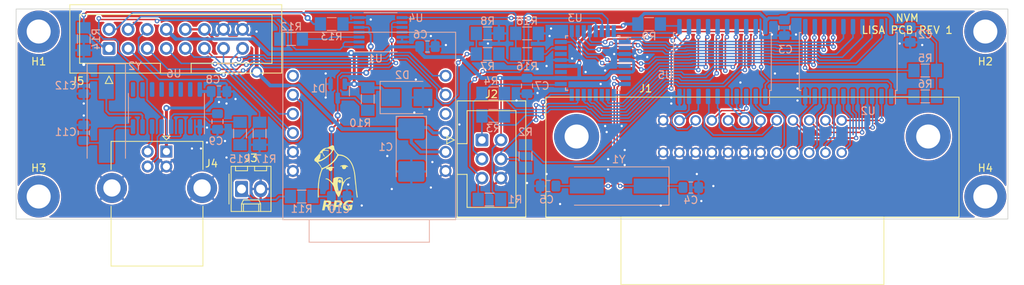
<source format=kicad_pcb>
(kicad_pcb (version 20211014) (generator pcbnew)
  (layers (0 "F.Cu" signal) (31 "B.Cu" signal) (34 "B.Paste" user) (35 "F.Paste" user) (36 "B.SilkS" user "B.Silkscreen") (37 "F.SilkS" user "F.Silkscreen") (38 "B.Mask" user) (39 "F.Mask" user) (44 "Edge.Cuts" user))
  (net 0 "")
  (net 1 "Net-(J1-Pad1)")
  (net 2 "Net-(J1-Pad2)")
  (net 3 "Net-(J1-Pad3)")
  (net 4 "Net-(J1-Pad4)")
  (net 5 "Net-(J1-Pad5)")
  (net 6 "Net-(J1-Pad6)")
  (net 7 "Net-(J1-Pad7)")
  (net 8 "Net-(J1-Pad8)")
  (net 9 "Net-(J1-Pad9)")
  (net 10 "Net-(J1-Pad10)")
  (net 11 "Net-(J1-Pad11)")
  (net 12 "Net-(J1-Pad13)")
  (net 13 "Net-(J1-Pad14)")
  (net 14 "Net-(J1-Pad15)")
  (net 15 "Net-(J1-Pad16)")
  (net 16 "Net-(J1-Pad17)")
  (net 17 "+5V")
  (net 18 "GND")
  (net 19 "/D8")
  (net 20 "/D7")
  (net 21 "/D6")
  (net 22 "/D5")
  (net 23 "/D4")
  (net 24 "/D3")
  (net 25 "/D2")
  (net 26 "/D1")
  (net 27 "/SRQ")
  (net 28 "/ATN")
  (net 29 "/EOI")
  (net 30 "/DAV")
  (net 31 "/NRFD")
  (net 32 "/NDAC")
  (net 33 "/IFC")
  (net 34 "/REN")
  (net 35 "/RESET")
  (net 39 "/ISP_MISO")
  (net 40 "/ISP_SCK")
  (net 41 "/ISP_MOSI")
  (net 42 "Net-(R5-Pad2)")
  (net 43 "Net-(R7-Pad2)")
  (net 44 "Net-(C5-Pad1)")
  (net 45 "Net-(J4-Pad3)")
  (net 46 "/ETH_MOSI")
  (net 47 "/ETH_SCLK")
  (net 48 "/ETH_MISO")
  (net 49 "+3V3")
  (net 50 "/RXD_GPIB")
  (net 51 "/TXD_GPIB")
  (net 52 "/TXD_USB")
  (net 53 "/RXD_USB")
  (net 61 "Net-(R9-Pad2)")
  (net 62 "Net-(U3-Pad30)")
  (net 64 "/ETH_RST")
  (net 65 "/ETH_CS")
  (net 66 "Net-(C4-Pad1)")
  (net 67 "Net-(C8-Pad1)")
  (net 68 "Net-(C9-Pad1)")
  (net 69 "Net-(J4-Pad2)")
  (net 70 "/GPIB_TRIG")
  (net 71 "/TE")
  (net 72 "Net-(C10-Pad1)")
  (net 73 "Net-(C11-Pad1)")
  (net 74 "Net-(J5-Pad2)")
  (net 75 "Net-(C12-Pad1)")
  (net 76 "Net-(J3-Pad1)")
  (net 77 "Net-(J5-Pad1)")
  (net 78 "/EXT_TRIG")
  (net 79 "Net-(R15-Pad2)")
  (net 80 "Net-(R12-Pad1)")
  (net 81 "Net-(R12-Pad2)")
  (footprint "Connector_Molex:Molex_KK-254_AE-6410-02A_1x02_P2.54mm_Vertical" (layer "F.Cu") (at 30 -4)
    (fp_text reference "J3")
    (fp_text value "Conn_01x02_Male")
  )
  (footprint "MountingHole:MountingHole_3.2mm_M3_DIN965_Pad" (layer "F.Cu") (at 129 -3)
    (fp_text reference "H4")
    (fp_text value "MountingHole")
  )
  (footprint "MountingHole:MountingHole_3.2mm_M3_DIN965_Pad" (layer "F.Cu") (at 3 -25)
    (fp_text reference "H1")
    (fp_text value "MountingHole")
  )
  (footprint "j_lib:logo_rpg7x9" (layer "F.Cu") (at 42.8 -5.2)
    (fp_text reference "LOGO1" hide)
    (fp_text value "PCB logo" hide)
  )
  (footprint "j_lib:CENTR_24P_F" (layer "F.Cu") (at 98 -11 180)
    (fp_text reference "J1")
    (fp_text value "Centronics 24, socket")
  )
  (footprint "MountingHole:MountingHole_3.2mm_M3_DIN965_Pad" (layer "F.Cu") (at 3 -3)
    (fp_text reference "H3")
    (fp_text value "MountingHole")
  )
  (footprint "MountingHole:MountingHole_3.2mm_M3_DIN965_Pad" (layer "F.Cu") (at 129 -25)
    (fp_text reference "H2")
    (fp_text value "MountingHole")
  )
  (footprint "Connector_IDC:IDC-Header_2x08_P2.54mm_Vertical" (layer "F.Cu") (at 12.36 -22.7475 90)
    (fp_text reference "J5")
    (fp_text value "IDC_16")
  )
  (footprint "Connector_IDC:IDC-Header_2x03_P2.54mm_Vertical" (layer "F.Cu") (at 62 -10.54)
    (fp_text reference "J2")
    (fp_text value "IDC_6pin")
  )
  (footprint "Connector_USB:USB_B_Lumberg_2411_02_Horizontal" (layer "F.Cu") (at 20 -9 -90)
    (fp_text reference "J4")
    (fp_text value "USB_B")
  )
  (footprint "Capacitor_SMD:C_0805_2012Metric_Pad1.18x1.45mm_HandSolder" (layer "B.Cu") (at 9 -11.5 90)
    (fp_text reference "C11")
    (fp_text value "22p")
  )
  (footprint "Resistor_SMD:R_MiniMELF_MMA-0204" (layer "B.Cu") (at 121 -19.8 180)
    (fp_text reference "R5")
    (fp_text value "12k")
  )
  (footprint "Capacitor_Tantalum_SMD:CP_EIA-7132-28_AVX-C_Pad2.72x3.50mm_HandSolder" (layer "B.Cu") (at 52.6 -9.2 -90)
    (fp_text reference "C1")
    (fp_text value "100u")
  )
  (footprint "Diode_SMD:D_SMB" (layer "B.Cu") (at 52 -16.2)
    (fp_text reference "D2")
    (fp_text value "SM6T6V8A")
  )
  (footprint "Resistor_SMD:R_MiniMELF_MMA-0204" (layer "B.Cu") (at 84.25 -26)
    (fp_text reference "R9")
    (fp_text value "12k")
  )
  (footprint "Crystal:Crystal_SMD_HC49-SD" (layer "B.Cu") (at 80.2 -4.4 180)
    (fp_text reference "Y1")
    (fp_text value "7.3728MHz")
  )
  (footprint "Package_SO:SOIC-20W_7.5x12.8mm_P1.27mm" (layer "B.Cu") (at 110.75 -21 90)
    (fp_text reference "U2")
    (fp_text value "75ALS160")
  )
  (footprint "Resistor_SMD:R_MiniMELF_MMA-0204" (layer "B.Cu") (at 62.75 -24.75 180)
    (fp_text reference "R8")
    (fp_text value "3k9")
  )
  (footprint "Resistor_SMD:R_MiniMELF_MMA-0204" (layer "B.Cu") (at 38 -3)
    (fp_text reference "R11")
    (fp_text value "3k9")
  )
  (footprint "Capacitor_SMD:C_0805_2012Metric_Pad1.18x1.45mm_HandSolder" (layer "B.Cu") (at 119 -24.6 90)
    (fp_text reference "C2")
    (fp_text value "1u")
  )
  (footprint "j_lib:W5500_bo" (layer "B.Cu") (at 47 -24.905)
    (fp_text reference "U1")
    (fp_text value "W5500_breakout")
  )
  (footprint "Capacitor_SMD:C_0805_2012Metric_Pad1.18x1.45mm_HandSolder" (layer "B.Cu") (at 27 -17)
    (fp_text reference "C8")
    (fp_text value "1u")
  )
  (footprint "Package_TO_SOT_SMD:SOT-23" (layer "B.Cu") (at 42.8 -17.0625 -90)
    (fp_text reference "D1")
    (fp_text value "BAV99")
  )
  (footprint "Resistor_SMD:R_MiniMELF_MMA-0204" (layer "B.Cu") (at 67.8 -8.4 90)
    (fp_text reference "R2")
    (fp_text value "120R")
  )
  (footprint "Capacitor_SMD:C_0805_2012Metric_Pad1.18x1.45mm_HandSolder" (layer "B.Cu") (at 89.8 -4.2)
    (fp_text reference "C4")
    (fp_text value "22p")
  )
  (footprint "Resistor_SMD:R_MiniMELF_MMA-0204" (layer "B.Cu") (at 9 -24 90)
    (fp_text reference "R14")
    (fp_text value "3k9")
  )
  (footprint "Resistor_SMD:R_MiniMELF_MMA-0204" (layer "B.Cu") (at 68 -22)
    (fp_text reference "R16")
    (fp_text value "2k4")
  )
  (footprint "Resistor_SMD:R_MiniMELF_MMA-0204" (layer "B.Cu") (at 63.5 -13.75)
    (fp_text reference "R3")
    (fp_text value "120R")
  )
  (footprint "Capacitor_SMD:C_0805_2012Metric_Pad1.18x1.45mm_HandSolder" (layer "B.Cu") (at 68 -17.75 90)
    (fp_text reference "C7")
    (fp_text value "1u")
  )
  (footprint "Package_SO:SOIC-16_3.9x9.9mm_P1.27mm" (layer "B.Cu") (at 20 -14.8 90)
    (fp_text reference "U6")
    (fp_text value "CH340G")
  )
  (footprint "Resistor_SMD:R_MiniMELF_MMA-0204" (layer "B.Cu") (at 36.6 -24 180)
    (fp_text reference "R12")
    (fp_text value "12k")
  )
  (footprint "Resistor_SMD:R_MiniMELF_MMA-0204" (layer "B.Cu") (at 63.5 -16.75)
    (fp_text reference "R4")
    (fp_text value "120R")
  )
  (footprint "Resistor_SMD:R_MiniMELF_MMA-0204" (layer "B.Cu") (at 29.8 -11.4 90)
    (fp_text reference "R15")
    (fp_text value "2k4")
  )
  (footprint "Resistor_SMD:R_MiniMELF_MMA-0204" (layer "B.Cu") (at 68 -24.75 180)
    (fp_text reference "R18")
    (fp_text value "3k9")
  )
  (footprint "Resistor_SMD:R_MiniMELF_MMA-0204" (layer "B.Cu") (at 46.8 -16 90)
    (fp_text reference "R10")
    (fp_text value "39k")
  )
  (footprint "Capacitor_SMD:C_0805_2012Metric_Pad1.18x1.45mm_HandSolder" (layer "B.Cu") (at 54.75 -23 180)
    (fp_text reference "C6")
    (fp_text value "1u")
  )
  (footprint "Crystal:Crystal_SMD_HC49-SD" (layer "B.Cu") (at 12 -14 -90)
    (fp_text reference "Y2")
    (fp_text value "12MHz")
  )
  (footprint "Capacitor_SMD:C_0805_2012Metric_Pad1.18x1.45mm_HandSolder" (layer "B.Cu") (at 43 -3)
    (fp_text reference "C10")
    (fp_text value "470p")
  )
  (footprint "Capacitor_SMD:C_0805_2012Metric_Pad1.18x1.45mm_HandSolder" (layer "B.Cu") (at 9 -17.75 -90)
    (fp_text reference "C12")
    (fp_text value "22p")
  )
  (footprint "Capacitor_SMD:C_0805_2012Metric_Pad1.18x1.45mm_HandSolder" (layer "B.Cu") (at 70.8 -4.4 180)
    (fp_text reference "C5")
    (fp_text value "22p")
  )
  (footprint "Capacitor_SMD:C_0805_2012Metric_Pad1.18x1.45mm_HandSolder" (layer "B.Cu") (at 26.8 -13 -90)
    (fp_text reference "C9")
    (fp_text value "1u")
  )
  (footprint "Resistor_SMD:R_MiniMELF_MMA-0204" (layer "B.Cu") (at 121 -16.35 180)
    (fp_text reference "R6")
    (fp_text value "12k")
  )
  (footprint "Resistor_SMD:R_MiniMELF_MMA-0204" (layer "B.Cu") (at 32.4 -11.4 90)
    (fp_text reference "R17")
    (fp_text value "3k9")
  )
  (footprint "Package_QFP:TQFP-32_7x7mm_P0.8mm" (layer "B.Cu") (at 76.75 -20.8 180)
    (fp_text reference "U3")
    (fp_text value "AT90S4433")
  )
  (footprint "Resistor_SMD:R_MiniMELF_MMA-0204" (layer "B.Cu") (at 42 -26)
    (fp_text reference "R13")
    (fp_text value "2k4")
  )
  (footprint "Capacitor_SMD:C_0805_2012Metric_Pad1.18x1.45mm_HandSolder" (layer "B.Cu") (at 102.25 -25.5 90)
    (fp_text reference "C3")
    (fp_text value "1u")
  )
  (footprint "Package_SO:SOIC-20W_7.5x12.8mm_P1.27mm" (layer "B.Cu") (at 94 -21 90)
    (fp_text reference "U5")
    (fp_text value "75ALS161")
  )
  (footprint "Resistor_SMD:R_MiniMELF_MMA-0204" (layer "B.Cu") (at 63 -2.6)
    (fp_text reference "R1")
    (fp_text value "12k")
  )
  (footprint "Resistor_SMD:R_MiniMELF_MMA-0204" (layer "B.Cu") (at 62.75 -22)
    (fp_text reference "R7")
    (fp_text value "2k4")
  )
  (footprint "Package_SO:TSSOP-14_4.4x5mm_P0.65mm" (layer "B.Cu") (at 48.5 -24.905)
    (fp_text reference "U4")
    (fp_text value "74HCT08")
  )
  (gr_rect (start 0 0) (end 132 -28) (layer "Edge.Cuts") (width 0.1) (fill none))
  (gr_text "NVM\nLISA PCB REV 1" (at 118.6 -26) (layer "F.SilkS") (effects (font (size 1 1))))
  (segment (start 115.15 -13.15) (end 115.2 -13.2) (width 0.2) (layer "F.Cu") (net 1))
  (segment (start 109.88 -13.15) (end 115.15 -13.15) (width 0.2) (layer "F.Cu") (net 1))
  (via (at 115.2 -13.2) (size 0.6) (drill 0.3) (layers "F.Cu" "B.Cu") (net 1))
  (segment (start 115.2 -16.345) (end 115.195 -16.35) (width 0.2) (layer "B.Cu") (net 1))
  (segment (start 115.2 -13.2) (end 115.2 -16.345) (width 0.2) (layer "B.Cu") (net 1))
  (segment (start 107.72 -13.15) (end 108.719511 -12.150489) (width 0.2) (layer "F.Cu") (net 2))
  (segment (start 113.950489 -12.150489) (end 114 -12.2) (width 0.2) (layer "F.Cu") (net 2))
  (segment (start 108.719511 -12.150489) (end 113.950489 -12.150489) (width 0.2) (layer "F.Cu") (net 2))
  (via (at 114 -12.2) (size 0.6) (drill 0.3) (layers "F.Cu" "B.Cu") (net 2))
  (segment (start 114 -12.2) (end 114 -16.275) (width 0.2) (layer "B.Cu") (net 2))
  (segment (start 114 -16.275) (end 113.925 -16.35) (width 0.2) (layer "B.Cu") (net 2))
  (segment (start 107.159011 -11.550989) (end 112.6 -11.550989) (width 0.2) (layer "F.Cu") (net 3))
  (segment (start 105.56 -13.15) (end 107.159011 -11.550989) (width 0.2) (layer "F.Cu") (net 3))
  (via (at 112.6 -11.550989) (size 0.6) (drill 0.3) (layers "F.Cu" "B.Cu") (net 3))
  (segment (start 112.6 -16.295) (end 112.655 -16.35) (width 0.2) (layer "B.Cu") (net 3))
  (segment (start 112.6 -11.550989) (end 112.6 -16.295) (width 0.2) (layer "B.Cu") (net 3))
  (segment (start 105.75 -10.8) (end 111.8 -10.8) (width 0.2) (layer "F.Cu") (net 4))
  (segment (start 103.4 -13.15) (end 105.75 -10.8) (width 0.2) (layer "F.Cu") (net 4))
  (via (at 111.8 -10.8) (size 0.6) (drill 0.3) (layers "F.Cu" "B.Cu") (net 4))
  (segment (start 111.385 -14.415) (end 111.385 -16.35) (width 0.2) (layer "B.Cu") (net 4))
  (segment (start 111.8 -10.8) (end 111.8 -14) (width 0.2) (layer "B.Cu") (net 4))
  (segment (start 111.8 -14) (end 111.385 -14.415) (width 0.2) (layer "B.Cu") (net 4))
  (segment (start 101.15 -13.15) (end 101.24 -13.15) (width 0.2) (layer "F.Cu") (net 5))
  (segment (start 91.600489 -12.4) (end 92.800489 -11.2) (width 0.2) (layer "B.Cu") (net 5))
  (segment (start 92.2 -14.2) (end 91.600489 -13.600489) (width 0.2) (layer "B.Cu") (net 5))
  (segment (start 99.29 -11.2) (end 101.24 -13.15) (width 0.2) (layer "B.Cu") (net 5))
  (segment (start 92.800489 -11.2) (end 99.29 -11.2) (width 0.2) (layer "B.Cu") (net 5))
  (segment (start 91.600489 -12.4) (end 91.600489 -13.600489) (width 0.2) (layer "B.Cu") (net 5))
  (segment (start 92.095 -16.35) (end 92.2 -16.245) (width 0.2) (layer "B.Cu") (net 5))
  (segment (start 92.2 -16.245) (end 92.2 -14.2) (width 0.2) (layer "B.Cu") (net 5))
  (segment (start 99 -13.07) (end 99.08 -13.15) (width 0.2) (layer "B.Cu") (net 6))
  (segment (start 99.2 -13.03) (end 99.08 -13.15) (width 0.2) (layer "B.Cu") (net 6))
  (segment (start 98.4 -11.6) (end 99.2 -12.4) (width 0.2) (layer "B.Cu") (net 6))
  (segment (start 93.365 -14.835) (end 93.6 -14.6) (width 0.2) (layer "B.Cu") (net 6))
  (segment (start 93.6 -12.1995) (end 94.1995 -11.6) (width 0.2) (layer "B.Cu") (net 6))
  (segment (start 93.365 -16.35) (end 93.365 -14.835) (width 0.2) (layer "B.Cu") (net 6))
  (segment (start 94.1995 -11.6) (end 98.4 -11.6) (width 0.2) (layer "B.Cu") (net 6))
  (segment (start 93.6 -14.6) (end 93.6 -12.1995) (width 0.2) (layer "B.Cu") (net 6))
  (segment (start 99.2 -12.4) (end 99.2 -13.03) (width 0.2) (layer "B.Cu") (net 6))
  (segment (start 94.635 -16.35) (end 94.635 -15.435) (width 0.2) (layer "B.Cu") (net 7))
  (segment (start 94.635 -15.435) (end 96.92 -13.15) (width 0.2) (layer "B.Cu") (net 7))
  (segment (start 95.91 -12) (end 94.76 -13.15) (width 0.2) (layer "B.Cu") (net 8))
  (segment (start 95.905 -14.895) (end 96.650489 -14.149511) (width 0.2) (layer "B.Cu") (net 8))
  (segment (start 98 -13.483523) (end 98 -12.4) (width 0.2) (layer "B.Cu") (net 8))
  (segment (start 98 -12.4) (end 97.6 -12) (width 0.2) (layer "B.Cu") (net 8))
  (segment (start 97.334012 -14.149511) (end 98 -13.483523) (width 0.2) (layer "B.Cu") (net 8))
  (segment (start 97.6 -12) (end 95.91 -12) (width 0.2) (layer "B.Cu") (net 8))
  (segment (start 96.650489 -14.149511) (end 97.334012 -14.149511) (width 0.2) (layer "B.Cu") (net 8))
  (segment (start 95.905 -16.35) (end 95.905 -14.895) (width 0.2) (layer "B.Cu") (net 8))
  (segment (start 93.906053 -14.456053) (end 92.6 -13.15) (width 0.2) (layer "F.Cu") (net 9))
  (segment (start 97.2 -14.749011) (end 96.907042 -14.456053) (width 0.2) (layer "F.Cu") (net 9))
  (segment (start 96.907042 -14.456053) (end 93.906053 -14.456053) (width 0.2) (layer "F.Cu") (net 9))
  (via (at 97.2 -14.749011) (size 0.6) (drill 0.3) (layers "F.Cu" "B.Cu") (net 9))
  (segment (start 97.2 -14.749011) (end 97.175 -14.774011) (width 0.2) (layer "B.Cu") (net 9))
  (segment (start 97.175 -14.774011) (end 97.175 -16.35) (width 0.2) (layer "B.Cu") (net 9))
  (segment (start 89.555 -16.35) (end 89.555 -14.555) (width 0.2) (layer "B.Cu") (net 10))
  (segment (start 87.2 -13.483523) (end 87.2 -12.816477) (width 0.2) (layer "B.Cu") (net 10))
  (segment (start 89.555 -14.555) (end 89.2 -14.2) (width 0.2) (layer "B.Cu") (net 10))
  (segment (start 89.29 -12) (end 90.44 -13.15) (width 0.2) (layer "B.Cu") (net 10))
  (segment (start 88.016477 -12) (end 89.29 -12) (width 0.2) (layer "B.Cu") (net 10))
  (segment (start 87.916477 -14.2) (end 87.2 -13.483523) (width 0.2) (layer "B.Cu") (net 10))
  (segment (start 87.2 -12.816477) (end 88.016477 -12) (width 0.2) (layer "B.Cu") (net 10))
  (segment (start 89.2 -14.2) (end 87.916477 -14.2) (width 0.2) (layer "B.Cu") (net 10))
  (segment (start 90.6 -14.4) (end 90.8 -14.6) (width 0.2) (layer "B.Cu") (net 11))
  (segment (start 90 -14.4) (end 90.6 -14.4) (width 0.2) (layer "B.Cu") (net 11))
  (segment (start 88.28 -13.15) (end 88.75 -13.15) (width 0.2) (layer "B.Cu") (net 11))
  (segment (start 88.75 -13.15) (end 90 -14.4) (width 0.2) (layer "B.Cu") (net 11))
  (segment (start 90.8 -14.6) (end 90.8 -16.325) (width 0.2) (layer "B.Cu") (net 11))
  (segment (start 90.8 -16.325) (end 90.825 -16.35) (width 0.2) (layer "B.Cu") (net 11))
  (segment (start 110.115 -14.485) (end 111 -13.6) (width 0.2) (layer "B.Cu") (net 12))
  (segment (start 111 -9.98) (end 109.88 -8.86) (width 0.2) (layer "B.Cu") (net 12))
  (segment (start 110.115 -16.35) (end 110.115 -14.485) (width 0.2) (layer "B.Cu") (net 12))
  (segment (start 111 -13.6) (end 111 -9.98) (width 0.2) (layer "B.Cu") (net 12))
  (segment (start 108.845 -11.045) (end 107.72 -9.92) (width 0.2) (layer "B.Cu") (net 13))
  (segment (start 108.845 -16.35) (end 108.845 -11.045) (width 0.2) (layer "B.Cu") (net 13))
  (segment (start 107.72 -9.92) (end 107.72 -8.86) (width 0.2) (layer "B.Cu") (net 13))
  (segment (start 107.575 -14.775) (end 106.6 -13.8) (width 0.2) (layer "B.Cu") (net 14))
  (segment (start 106.6 -13.8) (end 106.6 -9.9) (width 0.2) (layer "B.Cu") (net 14))
  (segment (start 107.575 -16.35) (end 107.575 -14.775) (width 0.2) (layer "B.Cu") (net 14))
  (segment (start 106.6 -9.9) (end 105.56 -8.86) (width 0.2) (layer "B.Cu") (net 14))
  (segment (start 106.305 -15.505) (end 104.4 -13.6) (width 0.2) (layer "B.Cu") (net 15))
  (segment (start 104.4 -9.86) (end 103.4 -8.86) (width 0.2) (layer "B.Cu") (net 15))
  (segment (start 106.305 -16.35) (end 106.305 -15.505) (width 0.2) (layer "B.Cu") (net 15))
  (segment (start 104.4 -13.6) (end 104.4 -9.86) (width 0.2) (layer "B.Cu") (net 15))
  (segment (start 101.603523 -14.2) (end 102.239511 -13.564012) (width 0.2) (layer "B.Cu") (net 16))
  (segment (start 99.4 -14.2) (end 101.603523 -14.2) (width 0.2) (layer "B.Cu") (net 16))
  (segment (start 102.239511 -13.564012) (end 102.239511 -9.859511) (width 0.2) (layer "B.Cu") (net 16))
  (segment (start 98.445 -16.35) (end 98.445 -15.155) (width 0.2) (layer "B.Cu") (net 16))
  (segment (start 98.445 -15.155) (end 99.4 -14.2) (width 0.2) (layer "B.Cu") (net 16))
  (segment (start 102.239511 -9.859511) (end 101.24 -8.86) (width 0.2) (layer "B.Cu") (net 16))
  (segment (start 45 -18) (end 45 -21.749981) (width 0.4) (layer "F.Cu") (net 17))
  (segment (start 77 -25.6) (end 80.6 -25.6) (width 0.4) (layer "F.Cu") (net 17))
  (segment (start 64.54 -18.66) (end 64.4 -18.8) (width 0.2) (layer "F.Cu") (net 17))
  (segment (start 80.6 -25.6) (end 80.8 -25.8) (width 0.4) (layer "F.Cu") (net 17))
  (segment (start 74.95 -23.55) (end 77 -25.6) (width 0.4) (layer "F.Cu") (net 17))
  (segment (start 74.95 -20.8) (end 74.95 -23.55) (width 0.4) (layer "F.Cu") (net 17))
  (segment (start 64.54 -10.54) (end 64.54 -18.66) (width 0.2) (layer "F.Cu") (net 17))
  (segment (start 45 -21.749981) (end 44.6 -22.149981) (width 0.4) (layer "F.Cu") (net 17))
  (via (at 45 -18) (size 0.8) (drill 0.4) (layers "F.Cu" "B.Cu") (net 17))
  (via (at 80.8 -25.8) (size 0.6) (drill 0.3) (layers "F.Cu" "B.Cu") (net 17))
  (via (at 74.95 -20.8) (size 0.6) (drill 0.3) (layers "F.Cu" "B.Cu") (net 17))
  (via (at 44.6 -22.149981) (size 0.8) (drill 0.4) (layers "F.Cu" "B.Cu") (net 17))
  (via (at 64.4 -18.8) (size 0.6) (drill 0.3) (layers "F.Cu" "B.Cu") (net 17))
  (segment (start 33.6 -22) (end 48.95375 -22) (width 0.5) (layer "B.Cu") (net 17))
  (segment (start 31.512011 -24.087989) (end 33.6 -22) (width 0.5) (layer "B.Cu") (net 17))
  (segment (start 48.95375 -22) (end 49.90875 -22.955) (width 0.5) (layer "B.Cu") (net 17))
  (segment (start 79.149511 -19.489541) (end 78.45997 -18.8) (width 0.5) (layer "B.Cu") (net 17))
  (segment (start 83.6 -27.4) (end 82.75 -26.55) (width 0.4) (layer "B.Cu") (net 17))
  (segment (start 46.8 -17.5) (end 48.55 -17.5) (width 0.4) (layer "B.Cu") (net 17))
  (segment (start 61.95 -18.8) (end 64.4 -18.8) (width 0.5) (layer "B.Cu") (net 17))
  (segment (start 99.715 -26.685) (end 99 -27.4) (width 0.4) (layer "B.Cu") (net 17))
  (segment (start 99.715 -26.315) (end 100.2 -26.8) (width 0.4) (layer "B.Cu") (net 17))
  (segment (start 74.95 -20.8) (end 74.55 -20.4) (width 0.5) (layer "B.Cu") (net 17))
  (segment (start 48.55 -17.5) (end 49.85 -16.2) (width 0.4) (layer "B.Cu") (net 17))
  (segment (start 82.2 -19.8) (end 82 -19.6) (width 0.4) (layer "B.Cu") (net 17))
  (segment (start 116.465 -25.65) (end 118.9875 -25.65) (width 0.4) (layer "B.Cu") (net 17))
  (segment (start 64.5 -2.6) (end 63.390489 -3.709511) (width 0.2) (layer "B.Cu") (net 17))
  (segment (start 116 -27.2) (end 102.9125 -27.2) (width 0.4) (layer "B.Cu") (net 17))
  (segment (start 120.3625 -25.6375) (end 119 -25.6375) (width 0.2) (layer "B.Cu") (net 17))
  (segment (start 53.7125 -22.2875) (end 54.4 -21.6) (width 0.5) (layer "B.Cu") (net 17))
  (segment (start 63.390489 -3.709511) (end 63.390489 -6.390489) (width 0.2) (layer "B.Cu") (net 17))
  (segment (start 49.90875 -22.955) (end 51.3625 -22.955) (width 0.4) (layer "B.Cu") (net 17))
  (segment (start 100.2 -26.8) (end 101.9875 -26.8) (width 0.4) (layer "B.Cu") (net 17))
  (segment (start 74.55 -20.4) (end 72.5 -20.4) (width 0.5) (layer "B.Cu") (net 17))
  (segment (start 116.465 -26.735) (end 116 -27.2) (width 0.4) (layer "B.Cu") (net 17))
  (segment (start 122.5 -16.35) (end 122.5 -19.8) (width 0.2) (layer "B.Cu") (net 17))
  (segment (start 118.9875 -25.65) (end 119 -25.6375) (width 0.4) (layer "B.Cu") (net 17))
  (segment (start 74.95 -18.8) (end 72.5 -18.8) (width 0.5) (layer "B.Cu") (net 17))
  (segment (start 63.4 -6.4) (end 63.390489 -6.409511) (width 0.2) (layer "B.Cu") (net 17))
  (segment (start 81 -19.6) (end 79.2 -19.6) (width 0.5) (layer "B.Cu") (net 17))
  (segment (start 99.715 -25.65) (end 99.715 -26.315) (width 0.4) (layer "B.Cu") (net 17))
  (segment (start 78.45997 -18.8) (end 74.95 -18.8) (width 0.5) (layer "B.Cu") (net 17))
  (segment (start 99 -27.4) (end 83.6 -27.4) (width 0.4) (layer "B.Cu") (net 17))
  (segment (start 81 -21.2) (end 82 -21.2) (width 0.4) (layer "B.Cu") (net 17))
  (segment (start 59.15 -21.6) (end 61.95 -18.8) (width 0.5) (layer "B.Cu") (net 17))
  (segment (start 54.4 -21.6) (end 59.15 -21.6) (width 0.5) (layer "B.Cu") (net 17))
  (segment (start 63.390489 -6.390489) (end 63.4 -6.4) (width 0.2) (layer "B.Cu") (net 17))
  (segment (start 19.98 -25.2875) (end 21.2675 -24) (width 0.5) (layer "B.Cu") (net 17))
  (segment (start 81 -26) (end 80.8 -25.8) (width 0.4) (layer "B.Cu") (net 17))
  (segment (start 43.75 -18) (end 45 -18) (width 0.5) (layer "B.Cu") (net 17))
  (segment (start 63.390489 -6.409511) (end 63.390489 -9.390489) (width 0.2) (layer "B.Cu") (net 17))
  (segment (start 53.6675 -22.955) (end 53.7125 -23) (width 0.3) (layer "B.Cu") (net 17))
  (segment (start 63.390489 -9.390489) (end 64.54 -10.54) (width 0.2) (layer "B.Cu") (net 17))
  (segment (start 82.75 -26.55) (end 82.75 -26) (width 0.4) (layer "B.Cu") (net 17))
  (segment (start 82.75 -26) (end 81 -26) (width 0.4) (layer "B.Cu") (net 17))
  (segment (start 53.7125 -23) (end 53.7125 -22.2875) (width 0.5) (layer "B.Cu") (net 17))
  (segment (start 102.9125 -27.2) (end 102.25 -26.5375) (width 0.4) (layer "B.Cu") (net 17))
  (segment (start 64.4 -18.8) (end 72.5 -18.8) (width 0.5) (layer "B.Cu") (net 17))
  (segment (start 82 -19.6) (end 81 -19.6) (width 0.4) (layer "B.Cu") (net 17))
  (segment (start 74.95 -20.8) (end 74.95 -18.8) (width 0.5) (layer "B.Cu") (net 17))
  (segment (start 79.2 -19.6) (end 79.149511 -19.549511) (width 0.5) (layer "B.Cu") (net 17))
  (segment (start 122.5 -19.8) (end 122.5 -23.5) (width 0.2) (layer "B.Cu") (net 17))
  (segment (start 31.424022 -24) (end 31.512011 -24.087989) (width 0.3) (layer "B.Cu") (net 17))
  (segment (start 82.2 -21) (end 82.2 -19.8) (width 0.4) (layer "B.Cu") (net 17))
  (segment (start 82 -21.2) (end 82.2 -21) (width 0.4) (layer "B.Cu") (net 17))
  (segment (start 21.2675 -24) (end 31.424022 -24) (width 0.4) (layer "B.Cu") (net 17))
  (segment (start 101.9875 -26.8) (end 102.25 -26.5375) (width 0.4) (layer "B.Cu") (net 17))
  (segment (start 122.5 -23.5) (end 120.3625 -25.6375) (width 0.2) (layer "B.Cu") (net 17))
  (segment (start 51.3625 -22.955) (end 53.6675 -22.955) (width 0.4) (layer "B.Cu") (net 17))
  (segment (start 79.149511 -19.549511) (end 79.149511 -19.489541) (width 0.5) (layer "B.Cu") (net 17))
  (segment (start 99.715 -25.65) (end 99.715 -26.685) (width 0.4) (layer "B.Cu") (net 17))
  (segment (start 46.3 -18) (end 45 -18) (width 0.5) (layer "B.Cu") (net 17))
  (segment (start 116.465 -25.65) (end 116.465 -26.735) (width 0.4) (layer "B.Cu") (net 17))
  (segment (start 46.8 -17.5) (end 46.3 -18) (width 0.25) (layer "B.Cu") (net 17))
  (via (at 104 -17.4) (size 0.6) (drill 0.3) (layers "F.Cu" "B.Cu") (net 18))
  (via (at 77.8 -18) (size 0.6) (drill 0.3) (layers "F.Cu" "B.Cu") (net 18))
  (via (at 104 -19.4) (size 0.6) (drill 0.3) (layers "F.Cu" "B.Cu") (net 18))
  (via (at 69.4 -20) (size 0.6) (drill 0.3) (layers "F.Cu" "B.Cu") (net 18))
  (via (at 25.4 -10.2) (size 0.6) (drill 0.3) (layers "F.Cu" "B.Cu") (net 18))
  (via (at 53 -14.2) (size 0.6) (drill 0.3) (layers "F.Cu" "B.Cu") (net 18))
  (via (at 82.4 -21.8) (size 0.6) (drill 0.3) (layers "F.Cu" "B.Cu") (net 18))
  (via (at 27.8 -10.4) (size 0.6) (drill 0.3) (layers "F.Cu" "B.Cu") (net 18))
  (via (at 23.4 -9.4) (size 0.6) (drill 0.3) (layers "F.Cu" "B.Cu") (net 18))
  (via (at 104 -15.8) (size 0.6) (drill 0.3) (layers "F.Cu" "B.Cu") (net 18))
  (via (at 78.8 -8) (size 0.6) (drill 0.3) (layers "F.Cu" "B.Cu") (net 18))
  (via (at 24.6 -9.4) (size 0.6) (drill 0.3) (layers "F.Cu" "B.Cu") (net 18))
  (via (at 71 -24.4) (size 0.6) (drill 0.3) (layers "F.Cu" "B.Cu") (net 18))
  (via (at 9 -13.8) (size 0.6) (drill 0.3) (layers "F.Cu" "B.Cu") (net 18))
  (via (at 46 -1.8) (size 0.6) (drill 0.3) (layers "F.Cu" "B.Cu") (net 18))
  (via (at 100.6 -24.6) (size 0.6) (drill 0.3) (layers "F.Cu" "B.Cu") (net 18))
  (via (at 53.2 -18.6) (size 0.6) (drill 0.3) (layers "F.Cu" "B.Cu") (net 18))
  (via (at 55.4 -7.6) (size 0.6) (drill 0.3) (layers "F.Cu" "B.Cu") (net 18))
  (via (at 25.4 -12.2) (size 0.6) (drill 0.3) (layers "F.Cu" "B.Cu") (net 18))
  (via (at 50 -4) (size 0.6) (drill 0.3) (layers "F.Cu" "B.Cu") (net 18))
  (via (at 84 -21.6) (size 0.6) (drill 0.3) (layers "F.Cu" "B.Cu") (net 18))
  (via (at 29.2 -16) (size 0.6) (drill 0.3) (layers "F.Cu" "B.Cu") (net 18))
  (via (at 78.8 -6.6) (size 0.6) (drill 0.3) (layers "F.Cu" "B.Cu") (net 18))
  (via (at 87.2 -16.2) (size 0.6) (drill 0.3) (layers "F.Cu" "B.Cu") (net 18))
  (via (at 9 -20.6) (size 0.8) (drill 0.4) (layers "F.Cu" "B.Cu") (net 18))
  (via (at 41.2 -16.2) (size 0.6) (drill 0.3) (layers "F.Cu" "B.Cu") (net 18))
  (via (at 103.8 -24.6) (size 0.6) (drill 0.3) (layers "F.Cu" "B.Cu") (net 18))
  (via (at 120.6 -23.2) (size 0.6) (drill 0.3) (layers "F.Cu" "B.Cu") (net 18))
  (via (at 55 -14.6) (size 0.6) (drill 0.3) (layers "F.Cu" "B.Cu") (net 18))
  (via (at 78.4 -12.4) (size 0.6) (drill 0.3) (layers "F.Cu" "B.Cu") (net 18))
  (via (at 62.8 -23.4) (size 0.6) (drill 0.3) (layers "F.Cu" "B.Cu") (net 18))
  (via (at 59 -12.6) (size 0.6) (drill 0.3) (layers "F.Cu" "B.Cu") (net 18))
  (via (at 55.2 -4.2) (size 0.6) (drill 0.3) (layers "F.Cu" "B.Cu") (net 18))
  (via (at 69.4 -16.8) (size 0.6) (drill 0.3) (layers "F.Cu" "B.Cu") (net 18))
  (via (at 117.6 -23.4) (size 0.6) (drill 0.3) (layers "F.Cu" "B.Cu") (net 18))
  (via (at 90.6 -6) (size 0.6) (drill 0.3) (layers "F.Cu" "B.Cu") (net 18))
  (via (at 96.4 -18.2) (size 0.6) (drill 0.3) (layers "F.Cu" "B.Cu") (net 18))
  (via (at 66.6 -15.8) (size 0.6) (drill 0.3) (layers "F.Cu" "B.Cu") (net 18))
  (via (at 32 -25) (size 0.6) (drill 0.3) (layers "F.Cu" "B.Cu") (net 18))
  (via (at 72.4 -2) (size 0.6) (drill 0.3) (layers "F.Cu" "B.Cu") (net 18))
  (via (at 57.2 -23.2) (size 0.6) (drill 0.3) (layers "F.Cu" "B.Cu") (net 18))
  (via (at 44.2 -4.6) (size 0.6) (drill 0.3) (layers "F.Cu" "B.Cu") (net 18))
  (via (at 87.2 -15.4) (size 0.6) (drill 0.3) (layers "F.Cu" "B.Cu") (net 18))
  (via (at 68 -4.8) (size 0.6) (drill 0.3) (layers "F.Cu" "B.Cu") (net 18))
  (via (at 70.6 -20.4) (size 0.6) (drill 0.3) (layers "F.Cu" "B.Cu") (net 18))
  (via (at 27 -15.6) (size 0.6) (drill 0.3) (layers "F.Cu" "B.Cu") (net 18))
  (via (at 78.4 -19.8) (size 0.6) (drill 0.3) (layers "F.Cu" "B.Cu") (net 18))
  (via (at 70.6 -6) (size 0.6) (drill 0.3) (layers "F.Cu" "B.Cu") (net 18))
  (via (at 55.2 -24.4) (size 0.6) (drill 0.3) (layers "F.Cu" "B.Cu") (net 18))
  (via (at 74 -21.4) (size 0.6) (drill 0.3) (layers "F.Cu" "B.Cu") (net 18))
  (via (at 41.2 -19.4) (size 0.6) (drill 0.3) (layers "F.Cu" "B.Cu") (net 18))
  (via (at 101 -19.4) (size 0.6) (drill 0.3) (layers "F.Cu" "B.Cu") (net 18))
  (via (at 71.2 -25.4) (size 0.6) (drill 0.3) (layers "F.Cu" "B.Cu") (net 18))
  (via (at 47.2 -26.6) (size 0.6) (drill 0.3) (layers "F.Cu" "B.Cu") (net 18))
  (via (at 49.4 -8.4) (size 0.6) (drill 0.3) (layers "F.Cu" "B.Cu") (net 18))
  (via (at 79.6 -22) (size 0.6) (drill 0.3) (layers "F.Cu" "B.Cu") (net 18))
  (via (at 9 -15.4) (size 0.6) (drill 0.3) (layers "F.Cu" "B.Cu") (net 18))
  (via (at 28 -15.4) (size 0.6) (drill 0.3) (layers "F.Cu" "B.Cu") (net 18))
  (via (at 80.6 -12.4) (size 0.6) (drill 0.3) (layers "F.Cu" "B.Cu") (net 18))
  (via (at 81 -9.2) (size 0.6) (drill 0.3) (layers "F.Cu" "B.Cu") (net 18))
  (via (at 75.8 -19.6) (size 0.6) (drill 0.3) (layers "F.Cu" "B.Cu") (net 18))
  (via (at 81 -7.2) (size 0.6) (drill 0.3) (layers "F.Cu" "B.Cu") (net 18))
  (via (at 92.8 -4.4) (size 0.6) (drill 0.3) (layers "F.Cu" "B.Cu") (net 18))
  (via (at 91.2 -2.4) (size 0.6) (drill 0.3) (layers "F.Cu" "B.Cu") (net 18))
  (via (at 28 -8.2) (size 0.6) (drill 0.3) (layers "F.Cu" "B.Cu") (net 18))
  (via (at 85.8 -1.8) (size 0.6) (drill 0.3) (layers "F.Cu" "B.Cu") (net 18))
  (via (at 78.6 -11.6) (size 0.6) (drill 0.3) (layers "F.Cu" "B.Cu") (net 18))
  (segment (start 106.131545 -20.554246) (end 106.25 -20.672701) (width 0.2) (layer "F.Cu") (net 19))
  (segment (start 106.25 -20.672701) (end 106.25 -24.2) (width 0.2) (layer "F.Cu") (net 19))
  (via (at 106.131545 -20.554246) (size 0.6) (drill 0.3) (layers "F.Cu" "B.Cu") (net 19))
  (via (at 106.25 -24.2) (size 0.6) (drill 0.3) (layers "F.Cu" "B.Cu") (net 19))
  (segment (start 89.916016 -20.80096) (end 85.474955 -20.80096) (width 0.2) (layer "B.Cu") (net 19))
  (segment (start 100.256145 -20.778849) (end 100.163864 -20.87113) (width 0.2) (layer "B.Cu") (net 19))
  (segment (start 100.163864 -20.87113) (end 89.986186 -20.87113) (width 0.2) (layer "B.Cu") (net 19))
  (segment (start 106.131545 -20.554246) (end 105.906942 -20.778849) (width 0.2) (layer "B.Cu") (net 19))
  (segment (start 106.25 -24.2) (end 106.25 -25.595) (width 0.2) (layer "B.Cu") (net 19))
  (segment (start 106.25 -25.595) (end 106.305 -25.65) (width 0.2) (layer "B.Cu") (net 19))
  (segment (start 85.474955 -20.80096) (end 81.223995 -16.55) (width 0.2) (layer "B.Cu") (net 19))
  (segment (start 105.906942 -20.778849) (end 100.256145 -20.778849) (width 0.2) (layer "B.Cu") (net 19))
  (segment (start 81.223995 -16.55) (end 79.55 -16.55) (width 0.2) (layer "B.Cu") (net 19))
  (segment (start 89.986186 -20.87113) (end 89.916016 -20.80096) (width 0.2) (layer "B.Cu") (net 19))
  (segment (start 107.5 -22.576469) (end 107.5 -24.2) (width 0.2) (layer "F.Cu") (net 20))
  (via (at 107.5 -22.576469) (size 0.6) (drill 0.3) (layers "F.Cu" "B.Cu") (net 20))
  (via (at 107.5 -24.2) (size 0.6) (drill 0.3) (layers "F.Cu" "B.Cu") (net 20))
  (segment (start 86.386675 -23.200481) (end 86.787156 -22.8) (width 0.2) (layer "B.Cu") (net 20))
  (segment (start 82.099511 -23.025489) (end 82.099511 -23.499511) (width 0.2) (layer "B.Cu") (net 20))
  (segment (start 82.099511 -23.499511) (end 82.40048 -23.80048) (width 0.2) (layer "B.Cu") (net 20))
  (segment (start 101.216431 -22.776449) (end 107.30002 -22.776449) (width 0.2) (layer "B.Cu") (net 20))
  (segment (start 83.586675 -23.200481) (end 86.386675 -23.200481) (width 0.2) (layer "B.Cu") (net 20))
  (segment (start 82.40048 -23.80048) (end 82.996988 -23.80048) (width 0.2) (layer "B.Cu") (net 20))
  (segment (start 101.124149 -22.868731) (end 101.216431 -22.776449) (width 0.2) (layer "B.Cu") (net 20))
  (segment (start 81 -22.8) (end 81.874022 -22.8) (width 0.2) (layer "B.Cu") (net 20))
  (segment (start 107.30002 -22.776449) (end 107.5 -22.576469) (width 0.2) (layer "B.Cu") (net 20))
  (segment (start 89.103725 -22.868731) (end 101.124149 -22.868731) (width 0.2) (layer "B.Cu") (net 20))
  (segment (start 83.000969 -23.786187) (end 83.586675 -23.200481) (width 0.2) (layer "B.Cu") (net 20))
  (segment (start 89.034994 -22.8) (end 89.103725 -22.868731) (width 0.2) (layer "B.Cu") (net 20))
  (segment (start 107.5 -24.2) (end 107.5 -25.575) (width 0.2) (layer "B.Cu") (net 20))
  (segment (start 86.787156 -22.8) (end 89.034994 -22.8) (width 0.2) (layer "B.Cu") (net 20))
  (segment (start 83.000969 -23.796499) (end 83.000969 -23.786187) (width 0.2) (layer "B.Cu") (net 20))
  (segment (start 107.5 -25.575) (end 107.575 -25.65) (width 0.2) (layer "B.Cu") (net 20))
  (segment (start 82.996988 -23.80048) (end 83.000969 -23.796499) (width 0.2) (layer "B.Cu") (net 20))
  (segment (start 81.874022 -22.8) (end 82.099511 -23.025489) (width 0.2) (layer "B.Cu") (net 20))
  (segment (start 108.75 -24.2) (end 108.75 -23.02598) (width 0.2) (layer "F.Cu") (net 21))
  (segment (start 108.75 -23.02598) (end 108.8 -22.97598) (width 0.2) (layer "F.Cu") (net 21))
  (via (at 108.8 -22.97598) (size 0.6) (drill 0.3) (layers "F.Cu" "B.Cu") (net 21))
  (via (at 108.75 -24.2) (size 0.6) (drill 0.3) (layers "F.Cu" "B.Cu") (net 21))
  (segment (start 83.400489 -23.979246) (end 83.179735 -24.2) (width 0.2) (layer "B.Cu") (net 21))
  (segment (start 81.6 -24.2) (end 81 -23.6) (width 0.2) (layer "B.Cu") (net 21))
  (segment (start 86.952642 -23.19952) (end 86.552162 -23.6) (width 0.2) (layer "B.Cu") (net 21))
  (segment (start 108.75 -25.555) (end 108.845 -25.65) (width 0.2) (layer "B.Cu") (net 21))
  (segment (start 83.752162 -23.6) (end 83.400489 -23.951673) (width 0.2) (layer "B.Cu") (net 21))
  (segment (start 108.600011 -23.175969) (end 101.381917 -23.175969) (width 0.2) (layer "B.Cu") (net 21))
  (segment (start 88.668251 -23.268251) (end 88.59952 -23.19952) (width 0.2) (layer "B.Cu") (net 21))
  (segment (start 108.8 -22.97598) (end 108.600011 -23.175969) (width 0.2) (layer "B.Cu") (net 21))
  (segment (start 101.381917 -23.175969) (end 101.289635 -23.268251) (width 0.2) (layer "B.Cu") (net 21))
  (segment (start 108.75 -24.2) (end 108.75 -25.555) (width 0.2) (layer "B.Cu") (net 21))
  (segment (start 88.59952 -23.19952) (end 86.952642 -23.19952) (width 0.2) (layer "B.Cu") (net 21))
  (segment (start 86.552162 -23.6) (end 83.752162 -23.6) (width 0.2) (layer "B.Cu") (net 21))
  (segment (start 101.289635 -23.268251) (end 88.668251 -23.268251) (width 0.2) (layer "B.Cu") (net 21))
  (segment (start 83.179735 -24.2) (end 81.6 -24.2) (width 0.2) (layer "B.Cu") (net 21))
  (segment (start 83.400489 -23.951673) (end 83.400489 -23.979246) (width 0.2) (layer "B.Cu") (net 21))
  (segment (start 109.57548 -23.57548) (end 110.115 -24.115) (width 0.2) (layer "B.Cu") (net 22))
  (segment (start 101.455121 -23.667771) (end 101.547412 -23.57548) (width 0.2) (layer "B.Cu") (net 22))
  (segment (start 79.55 -25.05) (end 79.8 -24.8) (width 0.2) (layer "B.Cu") (net 22))
  (segment (start 101.547412 -23.57548) (end 109.57548 -23.57548) (width 0.2) (layer "B.Cu") (net 22))
  (segment (start 79.8 -24.8) (end 87.4 -24.8) (width 0.2) (layer "B.Cu") (net 22))
  (segment (start 88.532229 -23.667771) (end 101.455121 -23.667771) (width 0.2) (layer "B.Cu") (net 22))
  (segment (start 110.115 -24.115) (end 110.115 -25.65) (width 0.2) (layer "B.Cu") (net 22))
  (segment (start 87.4 -24.8) (end 88.532229 -23.667771) (width 0.2) (layer "B.Cu") (net 22))
  (segment (start 82.769667 -23.169667) (end 82.539334 -23.4) (width 0.2) (layer "F.Cu") (net 23))
  (segment (start 82.539334 -23.4) (end 79.2 -23.4) (width 0.2) (layer "F.Cu") (net 23))
  (via (at 82.769667 -23.169667) (size 0.6) (drill 0.3) (layers "F.Cu" "B.Cu") (net 23))
  (via (at 79.2 -23.4) (size 0.6) (drill 0.3) (layers "F.Cu" "B.Cu") (net 23))
  (segment (start 83.421188 -22.800962) (end 86.221189 -22.800961) (width 0.2) (layer "B.Cu") (net 23))
  (segment (start 77.952162 -23.2) (end 76.4 -23.2) (width 0.2) (layer "B.Cu") (net 23))
  (segment (start 78.151673 -23.000489) (end 77.952162 -23.2) (width 0.2) (layer "B.Cu") (net 23))
  (segment (start 88.99952 -22.40048) (end 89 -22.4) (width 0.2) (layer "B.Cu") (net 23))
  (segment (start 79.2 -23.4) (end 78.800489 -23.000489) (width 0.2) (layer "B.Cu") (net 23))
  (segment (start 89.269211 -22.469211) (end 100.90828 -22.469211) (width 0.2) (layer "B.Cu") (net 23))
  (segment (start 75.55 -24.05) (end 75.55 -25.05) (width 0.2) (layer "B.Cu") (net 23))
  (segment (start 83.052483 -23.169667) (end 83.421188 -22.800962) (width 0.2) (layer "B.Cu") (net 23))
  (segment (start 86.221189 -22.800961) (end 86.621669 -22.400481) (width 0.2) (layer "B.Cu") (net 23))
  (segment (start 78.800489 -23.000489) (end 78.151673 -23.000489) (width 0.2) (layer "B.Cu") (net 23))
  (segment (start 89.2 -22.4) (end 89.269211 -22.469211) (width 0.2) (layer "B.Cu") (net 23))
  (segment (start 76.4 -23.2) (end 75.55 -24.05) (width 0.2) (layer "B.Cu") (net 23))
  (segment (start 106.851702 -22.376929) (end 107.251673 -21.976958) (width 0.2) (layer "B.Cu") (net 23))
  (segment (start 111.385 -24.185) (end 111.385 -25.65) (width 0.2) (layer "B.Cu") (net 23))
  (segment (start 107.251673 -21.976958) (end 109.176958 -21.976958) (width 0.2) (layer "B.Cu") (net 23))
  (segment (start 109.176958 -21.976958) (end 111.385 -24.185) (width 0.2) (layer "B.Cu") (net 23))
  (segment (start 100.90828 -22.469211) (end 101.000562 -22.376929) (width 0.2) (layer "B.Cu") (net 23))
  (segment (start 86.621669 -22.400481) (end 88.99952 -22.40048) (width 0.2) (layer "B.Cu") (net 23))
  (segment (start 82.769667 -23.169667) (end 83.052483 -23.169667) (width 0.2) (layer "B.Cu") (net 23))
  (segment (start 101.000562 -22.376929) (end 106.851702 -22.376929) (width 0.2) (layer "B.Cu") (net 23))
  (segment (start 89 -22.4) (end 89.2 -22.4) (width 0.2) (layer "B.Cu") (net 23))
  (segment (start 83.009544 -22.365129) (end 82.804517 -22.570156) (width 0.2) (layer "F.Cu") (net 24))
  (segment (start 82.170156 -23) (end 79.647838 -23) (width 0.2) (layer "F.Cu") (net 24))
  (segment (start 77.747923 -22.8) (end 77.548423 -22.6005) (width 0.2) (layer "F.Cu") (net 24))
  (segment (start 82.170156 -22.92134) (end 82.170156 -23) (width 0.2) (layer "F.Cu") (net 24))
  (segment (start 82.52134 -22.570156) (end 82.170156 -22.92134) (width 0.2) (layer "F.Cu") (net 24))
  (segment (start 79.447838 -22.8) (end 77.747923 -22.8) (width 0.2) (layer "F.Cu") (net 24))
  (segment (start 82.804517 -22.570156) (end 82.52134 -22.570156) (width 0.2) (layer "F.Cu") (net 24))
  (segment (start 79.647838 -23) (end 79.447838 -22.8) (width 0.2) (layer "F.Cu") (net 24))
  (via (at 83.009544 -22.365129) (size 0.6) (drill 0.3) (layers "F.Cu" "B.Cu") (net 24))
  (via (at 77.548423 -22.6005) (size 0.6) (drill 0.3) (layers "F.Cu" "B.Cu") (net 24))
  (segment (start 89.489729 -22.069691) (end 100.742794 -22.069691) (width 0.2) (layer "B.Cu") (net 24))
  (segment (start 100.835076 -21.977409) (end 106.686216 -21.977409) (width 0.2) (layer "B.Cu") (net 24))
  (segment (start 89.420038 -22) (end 89.489729 -22.069691) (width 0.2) (layer "B.Cu") (net 24))
  (segment (start 106.686216 -21.977409) (end 107.086187 -21.577438) (width 0.2) (layer "B.Cu") (net 24))
  (segment (start 86.4 -22) (end 89.420038 -22) (width 0.2) (layer "B.Cu") (net 24))
  (segment (start 86.034871 -22.365129) (end 86.4 -22) (width 0.2) (layer "B.Cu") (net 24))
  (segment (start 100.742794 -22.069691) (end 100.835076 -21.977409) (width 0.2) (layer "B.Cu") (net 24))
  (segment (start 76.1995 -22.6005) (end 74.75 -24.05) (width 0.2) (layer "B.Cu") (net 24))
  (segment (start 109.977438 -21.577438) (end 112.655 -24.255) (width 0.2) (layer "B.Cu") (net 24))
  (segment (start 83.009544 -22.365129) (end 86.034871 -22.365129) (width 0.2) (layer "B.Cu") (net 24))
  (segment (start 112.655 -24.255) (end 112.655 -25.65) (width 0.2) (layer "B.Cu") (net 24))
  (segment (start 107.086187 -21.577438) (end 109.977438 -21.577438) (width 0.2) (layer "B.Cu") (net 24))
  (segment (start 74.75 -24.05) (end 74.75 -25.05) (width 0.2) (layer "B.Cu") (net 24))
  (segment (start 77.548423 -22.6005) (end 76.1995 -22.6005) (width 0.2) (layer "B.Cu") (net 24))
  (segment (start 82.813926 -20.738236) (end 82.552162 -21) (width 0.2) (layer "F.Cu") (net 25))
  (segment (start 82.552162 -21) (end 78.90871 -21) (width 0.2) (layer "F.Cu") (net 25))
  (segment (start 83.170473 -20.738236) (end 82.813926 -20.738236) (width 0.2) (layer "F.Cu") (net 25))
  (segment (start 78.90871 -21) (end 78.665226 -21.243484) (width 0.2) (layer "F.Cu") (net 25))
  (via (at 83.170473 -20.738236) (size 0.6) (drill 0.3) (layers "F.Cu" "B.Cu") (net 25))
  (via (at 78.665226 -21.243484) (size 0.6) (drill 0.3) (layers "F.Cu" "B.Cu") (net 25))
  (segment (start 89.585044 -21.6) (end 89.655214 -21.67017) (width 0.2) (layer "B.Cu") (net 25))
  (segment (start 113.925 -24.175) (end 113.925 -25.65) (width 0.2) (layer "B.Cu") (net 25))
  (segment (start 76.125978 -22) (end 73.95 -24.175978) (width 0.2) (layer "B.Cu") (net 25))
  (segment (start 100.66959 -21.577889) (end 106.52073 -21.577889) (width 0.2) (layer "B.Cu") (net 25))
  (segment (start 73.95 -24.175978) (end 73.95 -25.05) (width 0.2) (layer "B.Cu") (net 25))
  (segment (start 84.21326 -20.738236) (end 85.075024 -21.6) (width 0.2) (layer "B.Cu") (net 25))
  (segment (start 110.927918 -21.177918) (end 113.925 -24.175) (width 0.2) (layer "B.Cu") (net 25))
  (segment (start 106.52073 -21.577889) (end 106.920701 -21.177918) (width 0.2) (layer "B.Cu") (net 25))
  (segment (start 85.075024 -21.6) (end 89.585044 -21.6) (width 0.2) (layer "B.Cu") (net 25))
  (segment (start 77.90871 -22) (end 76.125978 -22) (width 0.2) (layer "B.Cu") (net 25))
  (segment (start 83.170473 -20.738236) (end 84.21326 -20.738236) (width 0.2) (layer "B.Cu") (net 25))
  (segment (start 106.920701 -21.177918) (end 110.927918 -21.177918) (width 0.2) (layer "B.Cu") (net 25))
  (segment (start 78.665226 -21.243484) (end 77.90871 -22) (width 0.2) (layer "B.Cu") (net 25))
  (segment (start 100.577309 -21.67017) (end 100.66959 -21.577889) (width 0.2) (layer "B.Cu") (net 25))
  (segment (start 89.655214 -21.67017) (end 100.577309 -21.67017) (width 0.2) (layer "B.Cu") (net 25))
  (segment (start 82.848431 -20.138725) (end 82.387156 -20.6) (width 0.2) (layer "F.Cu") (net 26))
  (segment (start 82.387156 -20.6) (end 78.2 -20.6) (width 0.2) (layer "F.Cu") (net 26))
  (segment (start 83.202425 -19.939372) (end 83.003072 -20.138725) (width 0.2) (layer "F.Cu") (net 26))
  (segment (start 78.2 -20.6) (end 78 -20.8) (width 0.2) (layer "F.Cu") (net 26))
  (segment (start 83.003072 -20.138725) (end 82.848431 -20.138725) (width 0.2) (layer "F.Cu") (net 26))
  (via (at 83.202425 -19.939372) (size 0.6) (drill 0.3) (layers "F.Cu" "B.Cu") (net 26))
  (via (at 78 -20.8) (size 0.6) (drill 0.3) (layers "F.Cu" "B.Cu") (net 26))
  (segment (start 115.195 -24.195) (end 115.195 -25.65) (width 0.2) (layer "B.Cu") (net 26))
  (segment (start 83.979402 -19.939372) (end 85.24051 -21.20048) (width 0.2) (layer "B.Cu") (net 26))
  (segment (start 85.24051 -21.20048) (end 89.75053 -21.20048) (width 0.2) (layer "B.Cu") (net 26))
  (segment (start 77.2 -21.6) (end 75.960972 -21.6) (width 0.2) (layer "B.Cu") (net 26))
  (segment (start 83.202425 -19.939372) (end 83.979402 -19.939372) (width 0.2) (layer "B.Cu") (net 26))
  (segment (start 75.960972 -21.6) (end 73.960972 -23.6) (width 0.2) (layer "B.Cu") (net 26))
  (segment (start 73.960972 -23.6) (end 72.5 -23.6) (width 0.2) (layer "B.Cu") (net 26))
  (segment (start 111.778398 -20.778398) (end 115.195 -24.195) (width 0.2) (layer "B.Cu") (net 26))
  (segment (start 78 -20.8) (end 77.2 -21.6) (width 0.2) (layer "B.Cu") (net 26))
  (segment (start 89.75053 -21.20048) (end 89.820701 -21.270651) (width 0.2) (layer "B.Cu") (net 26))
  (segment (start 89.820701 -21.270651) (end 100.411823 -21.27065) (width 0.2) (layer "B.Cu") (net 26))
  (segment (start 106.755215 -20.778398) (end 111.778398 -20.778398) (width 0.2) (layer "B.Cu") (net 26))
  (segment (start 100.504104 -21.178369) (end 106.355244 -21.178369) (width 0.2) (layer "B.Cu") (net 26))
  (segment (start 100.411823 -21.27065) (end 100.504104 -21.178369) (width 0.2) (layer "B.Cu") (net 26))
  (segment (start 106.355244 -21.178369) (end 106.755215 -20.778398) (width 0.2) (layer "B.Cu") (net 26))
  (segment (start 89.267771 -24.267271) (end 89.4 -24.267271) (width 0.2) (layer "F.Cu") (net 27))
  (segment (start 87.2 -17.4) (end 87.2 -22.1995) (width 0.2) (layer "F.Cu") (net 27))
  (segment (start 87.2 -22.1995) (end 89.267771 -24.267271) (width 0.2) (layer "F.Cu") (net 27))
  (via (at 89.4 -24.267271) (size 0.6) (drill 0.3) (layers "F.Cu" "B.Cu") (net 27))
  (via (at 87.2 -17.4) (size 0.6) (drill 0.3) (layers "F.Cu" "B.Cu") (net 27))
  (segment (start 76.79398 -7.6) (end 70.2 -7.6) (width 0.2) (layer "B.Cu") (net 27))
  (segment (start 89.4 -24.267271) (end 89.555 -24.422271) (width 0.2) (layer "B.Cu") (net 27))
  (segment (start 86.59398 -17.4) (end 76.79398 -7.6) (width 0.2) (layer "B.Cu") (net 27))
  (segment (start 89.555 -24.422271) (end 89.555 -25.65) (width 0.2) (layer "B.Cu") (net 27))
  (segment (start 67.9 -9.9) (end 67.8 -9.9) (width 0.2) (layer "B.Cu") (net 27))
  (segment (start 87.2 -17.4) (end 86.59398 -17.4) (width 0.2) (layer "B.Cu") (net 27))
  (segment (start 70.2 -7.6) (end 67.9 -9.9) (width 0.2) (layer "B.Cu") (net 27))
  (segment (start 90.8 -19.872111) (end 90.8 -24.267271) (width 0.2) (layer "F.Cu") (net 28))
  (via (at 90.8 -19.872111) (size 0.6) (drill 0.3) (layers "F.Cu" "B.Cu") (net 28))
  (via (at 90.8 -24.267271) (size 0.6) (drill 0.3) (layers "F.Cu" "B.Cu") (net 28))
  (segment (start 85.804007 -20) (end 80.854976 -15.050969) (width 0.2) (layer "B.Cu") (net 28))
  (segment (start 90.8 -19.872111) (end 90.672111 -20) (width 0.2) (layer "B.Cu") (net 28))
  (segment (start 78.684025 -15.050969) (end 77.95 -15.784994) (width 0.2) (layer "B.Cu") (net 28))
  (segment (start 77.95 -15.784994) (end 77.95 -16.55) (width 0.2) (layer "B.Cu") (net 28))
  (segment (start 90.8 -24.267271) (end 90.8 -25.625) (width 0.2) (layer "B.Cu") (net 28))
  (segment (start 90.672111 -20) (end 85.804007 -20) (width 0.2) (layer "B.Cu") (net 28))
  (segment (start 80.854976 -15.050969) (end 78.684025 -15.050969) (width 0.2) (layer "B.Cu") (net 28))
  (segment (start 90.8 -25.625) (end 90.825 -25.65) (width 0.2) (layer "B.Cu") (net 28))
  (segment (start 91.8 -24.067271) (end 92 -24.267271) (width 0.2) (layer "F.Cu") (net 29))
  (segment (start 91.8 -20.27163) (end 91.8 -24.067271) (width 0.2) (layer "F.Cu") (net 29))
  (via (at 92 -24.267271) (size 0.6) (drill 0.3) (layers "F.Cu" "B.Cu") (net 29))
  (via (at 91.8 -20.27163) (size 0.6) (drill 0.3) (layers "F.Cu" "B.Cu") (net 29))
  (segment (start 85.639001 -20.4) (end 80.68949 -15.450489) (width 0.2) (layer "B.Cu") (net 29))
  (segment (start 91.600019 -20.471611) (end 90.151673 -20.471611) (width 0.2) (layer "B.Cu") (net 29))
  (segment (start 91.8 -20.27163) (end 91.600019 -20.471611) (width 0.2) (layer "B.Cu") (net 29))
  (segment (start 92 -25.555) (end 92.095 -25.65) (width 0.2) (layer "B.Cu") (net 29))
  (segment (start 90.151673 -20.471611) (end 90.080062 -20.4) (width 0.2) (layer "B.Cu") (net 29))
  (segment (start 90.080062 -20.4) (end 85.639001 -20.4) (width 0.2) (layer "B.Cu") (net 29))
  (segment (start 78.849511 -15.450489) (end 78.75 -15.55) (width 0.2) (layer "B.Cu") (net 29))
  (segment (start 92 -24.267271) (end 92 -25.555) (width 0.2) (layer "B.Cu") (net 29))
  (segment (start 78.75 -15.55) (end 78.75 -16.55) (width 0.2) (layer "B.Cu") (net 29))
  (segment (start 80.68949 -15.450489) (end 78.849511 -15.450489) (width 0.2) (layer "B.Cu") (net 29))
  (segment (start 93.2 -19.479004) (end 93.2 -24.067271) (width 0.2) (layer "F.Cu") (net 30))
  (segment (start 93.2 -24.067271) (end 93.4 -24.267271) (width 0.2) (layer "F.Cu") (net 30))
  (segment (start 93.245916 -19.433088) (end 93.2 -19.479004) (width 0.2) (layer "F.Cu") (net 30))
  (via (at 93.4 -24.267271) (size 0.6) (drill 0.3) (layers "F.Cu" "B.Cu") (net 30))
  (via (at 93.245916 -19.433088) (size 0.6) (drill 0.3) (layers "F.Cu" "B.Cu") (net 30))
  (segment (start 81.351424 -13.852437) (end 77.982556 -13.852438) (width 0.2) (layer "B.Cu") (net 30))
  (segment (start 76.784025 -15.050969) (end 76.410002 -15.05097) (width 0.2) (layer "B.Cu") (net 30))
  (segment (start 76.010483 -15.450489) (end 75.775489 -15.450489) (width 0.2) (layer "B.Cu") (net 30))
  (segment (start 92.286388 -18.47356) (end 88.52644 -18.47356) (width 0.2) (layer "B.Cu") (net 30))
  (segment (start 86.300427 -18.80144) (end 81.351424 -13.852437) (width 0.2) (layer "B.Cu") (net 30))
  (segment (start 93.245916 -19.433088) (end 92.286388 -18.47356) (width 0.2) (layer "B.Cu") (net 30))
  (segment (start 76.410002 -15.05097) (end 76.010483 -15.450489) (width 0.2) (layer "B.Cu") (net 30))
  (segment (start 88.52644 -18.47356) (end 88.19856 -18.80144) (width 0.2) (layer "B.Cu") (net 30))
  (segment (start 93.4 -24.267271) (end 93.4 -25.615) (width 0.2) (layer "B.Cu") (net 30))
  (segment (start 75.775489 -15.450489) (end 75.55 -15.675978) (width 0.2) (layer "B.Cu") (net 30))
  (segment (start 93.4 -25.615) (end 93.365 -25.65) (width 0.2) (layer "B.Cu") (net 30))
  (segment (start 88.19856 -18.80144) (end 86.300427 -18.80144) (width 0.2) (layer "B.Cu") (net 30))
  (segment (start 75.55 -15.675978) (end 75.55 -16.55) (width 0.2) (layer "B.Cu") (net 30))
  (segment (start 77.982556 -13.852438) (end 76.784025 -15.050969) (width 0.2) (layer "B.Cu") (net 30))
  (segment (start 94.4 -24.067271) (end 94.4 -19.779874) (width 0.2) (layer "F.Cu") (net 31))
  (segment (start 94.6 -24.267271) (end 94.4 -24.067271) (width 0.2) (layer "F.Cu") (net 31))
  (via (at 94.6 -24.267271) (size 0.6) (drill 0.3) (layers "F.Cu" "B.Cu") (net 31))
  (via (at 94.4 -19.779874) (size 0.6) (drill 0.3) (layers "F.Cu" "B.Cu") (net 31))
  (segment (start 81.185938 -14.251957) (end 78.148043 -14.251957) (width 0.2) (layer "B.Cu") (net 31))
  (segment (start 94.107784 -20.07209) (end 93.037096 -20.07209) (width 0.2) (layer "B.Cu") (net 31))
  (segment (start 93.037096 -20.07209) (end 91.838087 -18.873081) (width 0.2) (layer "B.Cu") (net 31))
  (segment (start 86.134941 -19.20096) (end 81.185938 -14.251957) (width 0.2) (layer "B.Cu") (net 31))
  (segment (start 88.364046 -19.20096) (end 86.134941 -19.20096) (width 0.2) (layer "B.Cu") (net 31))
  (segment (start 88.691926 -18.87308) (end 88.364046 -19.20096) (width 0.2) (layer "B.Cu") (net 31))
  (segment (start 94.6 -24.267271) (end 94.6 -25.615) (width 0.2) (layer "B.Cu") (net 31))
  (segment (start 91.655583 -18.87308) (end 88.691926 -18.87308) (width 0.2) (layer "B.Cu") (net 31))
  (segment (start 78.148043 -14.251957) (end 76.949511 -15.450489) (width 0.2) (layer "B.Cu") (net 31))
  (segment (start 76.949511 -15.450489) (end 76.575489 -15.450489) (width 0.2) (layer "B.Cu") (net 31))
  (segment (start 91.838087 -18.873081) (end 91.655583 -18.87308) (width 0.2) (layer "B.Cu") (net 31))
  (segment (start 94.4 -19.779874) (end 94.107784 -20.07209) (width 0.2) (layer "B.Cu") (net 31))
  (segment (start 94.6 -25.615) (end 94.635 -25.65) (width 0.2) (layer "B.Cu") (net 31))
  (segment (start 76.35 -15.675978) (end 76.35 -16.55) (width 0.2) (layer "B.Cu") (net 31))
  (segment (start 76.575489 -15.450489) (end 76.35 -15.675978) (width 0.2) (layer "B.Cu") (net 31))
  (segment (start 95.8 -20.67163) (end 95.8 -24.267271) (width 0.2) (layer "F.Cu") (net 32))
  (segment (start 95.4 -20.27163) (end 95.8 -20.67163) (width 0.2) (layer "F.Cu") (net 32))
  (via (at 95.4 -20.27163) (size 0.6) (drill 0.3) (layers "F.Cu" "B.Cu") (net 32))
  (via (at 95.8 -24.267271) (size 0.6) (drill 0.3) (layers "F.Cu" "B.Cu") (net 32))
  (segment (start 91.6726 -19.2726) (end 88.8924 -19.2726) (width 0.2) (layer "B.Cu") (net 32))
  (segment (start 77.15 -15.85) (end 77.15 -16.55) (width 0.2) (layer "B.Cu") (net 32))
  (segment (start 88.56452 -19.60048) (end 85.969468 -19.60048) (width 0.2) (layer "B.Cu") (net 32))
  (segment (start 78.348533 -14.651467) (end 77.15 -15.85) (width 0.2) (layer "B.Cu") (net 32))
  (segment (start 95.20002 -20.47161) (end 92.87161 -20.47161) (width 0.2) (layer "B.Cu") (net 32))
  (segment (start 95.8 -25.545) (end 95.905 -25.65) (width 0.2) (layer "B.Cu") (net 32))
  (segment (start 81.020455 -14.651467) (end 78.348533 -14.651467) (width 0.2) (layer "B.Cu") (net 32))
  (segment (start 95.4 -20.27163) (end 95.20002 -20.47161) (width 0.2) (layer "B.Cu") (net 32))
  (segment (start 95.8 -24.267271) (end 95.8 -25.545) (width 0.2) (layer "B.Cu") (net 32))
  (segment (start 92.87161 -20.47161) (end 91.6726 -19.2726) (width 0.2) (layer "B.Cu") (net 32))
  (segment (start 85.969468 -19.60048) (end 81.020455 -14.651467) (width 0.2) (layer "B.Cu") (net 32))
  (segment (start 88.8924 -19.2726) (end 88.56452 -19.60048) (width 0.2) (layer "B.Cu") (net 32))
  (segment (start 97 -24.067271) (end 97.2 -24.267271) (width 0.2) (layer "F.Cu") (net 33))
  (segment (start 97 -19.87211) (end 97 -24.067271) (width 0.2) (layer "F.Cu") (net 33))
  (via (at 97.2 -24.267271) (size 0.6) (drill 0.3) (layers "F.Cu" "B.Cu") (net 33))
  (via (at 97 -19.87211) (size 0.6) (drill 0.3) (layers "F.Cu" "B.Cu") (net 33))
  (segment (start 76.383063 -14.251931) (end 76.079028 -14.251932) (width 0.2) (layer "B.Cu") (net 33))
  (segment (start 88.12548 -17.67452) (end 87.8 -18) (width 0.2) (layer "B.Cu") (net 33))
  (segment (start 86.628974 -18) (end 81.682389 -13.053415) (width 0.2) (layer "B.Cu") (net 33))
  (segment (start 70.730032 -14.20002) (end 65.45002 -14.20002) (width 0.2) (layer "B.Cu") (net 33))
  (segment (start 94.27452 -17.67452) (end 88.12548 -17.67452) (width 0.2) (layer "B.Cu") (net 33))
  (segment (start 97.175 -25.65) (end 97.2 -25.675) (width 0.2) (layer "B.Cu") (net 33))
  (segment (start 65.45002 -14.20002) (end 65 -13.75) (width 0.2) (layer "B.Cu") (net 33))
  (segment (start 81.682389 -13.053415) (end 77.581578 -13.053416) (width 0.2) (layer "B.Cu") (net 33))
  (segment (start 71.130012 -14.6) (end 70.730032 -14.20002) (width 0.2) (layer "B.Cu") (net 33))
  (segment (start 97.2 -24.267271) (end 97.2 -25.625) (width 0.2) (layer "B.Cu") (net 33))
  (segment (start 96.47211 -19.87211) (end 94.27452 -17.67452) (width 0.2) (layer "B.Cu") (net 33))
  (segment (start 87.8 -18) (end 86.628974 -18) (width 0.2) (layer "B.Cu") (net 33))
  (segment (start 77.581578 -13.053416) (end 76.383063 -14.251931) (width 0.2) (layer "B.Cu") (net 33))
  (segment (start 97 -19.87211) (end 96.47211 -19.87211) (width 0.2) (layer "B.Cu") (net 33))
  (segment (start 75.73096 -14.6) (end 71.130012 -14.6) (width 0.2) (layer "B.Cu") (net 33))
  (segment (start 76.079028 -14.251932) (end 75.73096 -14.6) (width 0.2) (layer "B.Cu") (net 33))
  (segment (start 97.2 -25.625) (end 97.175 -25.65) (width 0.2) (layer "B.Cu") (net 33))
  (segment (start 98.2 -24.067271) (end 98.4 -24.267271) (width 0.2) (layer "F.Cu") (net 34))
  (segment (start 98.2 -20.27163) (end 98.2 -24.067271) (width 0.2) (layer "F.Cu") (net 34))
  (via (at 98.2 -20.27163) (size 0.6) (drill 0.3) (layers "F.Cu" "B.Cu") (net 34))
  (via (at 98.4 -24.267271) (size 0.6) (drill 0.3) (layers "F.Cu" "B.Cu") (net 34))
  (segment (start 87.965006 -18.4) (end 86.463968 -18.4) (width 0.2) (layer "B.Cu") (net 34))
  (segment (start 98.00002 -20.47161) (end 96.447698 -20.47161) (width 0.2) (layer "B.Cu") (net 34))
  (segment (start 98.4 -25.605) (end 98.445 -25.65) (width 0.2) (layer "B.Cu") (net 34))
  (segment (start 76.244515 -14.651451) (end 75.895966 -15) (width 0.2) (layer "B.Cu") (net 34))
  (segment (start 95.999511 -20.023303) (end 95.648327 -19.672119) (width 0.2) (layer "B.Cu") (net 34))
  (segment (start 65 -16) (end 65 -16.75) (width 0.2) (layer "B.Cu") (net 34))
  (segment (start 94.050128 -18.07404) (end 88.290966 -18.07404) (width 0.2) (layer "B.Cu") (net 34))
  (segment (start 66.4 -14.6) (end 65 -16) (width 0.2) (layer "B.Cu") (net 34))
  (segment (start 70.565006 -14.6) (end 66.4 -14.6) (width 0.2) (layer "B.Cu") (net 34))
  (segment (start 95.999511 -20.023423) (end 95.999511 -20.023303) (width 0.2) (layer "B.Cu") (net 34))
  (segment (start 75.895966 -15) (end 70.965006 -15) (width 0.2) (layer "B.Cu") (net 34))
  (segment (start 95.648207 -19.672119) (end 94.050128 -18.07404) (width 0.2) (layer "B.Cu") (net 34))
  (segment (start 81.516903 -13.452935) (end 77.747065 -13.452935) (width 0.2) (layer "B.Cu") (net 34))
  (segment (start 77.747065 -13.452935) (end 76.54855 -14.651451) (width 0.2) (layer "B.Cu") (net 34))
  (segment (start 95.648327 -19.672119) (end 95.648207 -19.672119) (width 0.2) (layer "B.Cu") (net 34))
  (segment (start 98.2 -20.27163) (end 98.00002 -20.47161) (width 0.2) (layer "B.Cu") (net 34))
  (segment (start 88.290966 -18.07404) (end 87.965006 -18.4) (width 0.2) (layer "B.Cu") (net 34))
  (segment (start 96.447698 -20.47161) (end 95.999511 -20.023423) (width 0.2) (layer "B.Cu") (net 34))
  (segment (start 98.4 -24.267271) (end 98.4 -25.605) (width 0.2) (layer "B.Cu") (net 34))
  (segment (start 86.463968 -18.4) (end 81.516903 -13.452935) (width 0.2) (layer "B.Cu") (net 34))
  (segment (start 76.54855 -14.651451) (end 76.244515 -14.651451) (width 0.2) (layer "B.Cu") (net 34))
  (segment (start 70.965006 -15) (end 70.565006 -14.6) (width 0.2) (layer "B.Cu") (net 34))
  (segment (start 62.104977 -19.704977) (end 61.045023 -18.645023) (width 0.2) (layer "F.Cu") (net 35))
  (via (at 62.104977 -19.704977) (size 0.6) (drill 0.3) (layers "F.Cu" "B.Cu") (net 35))
  (via (at 61.045023 -18.645023) (size 0.6) (drill 0.3) (layers "F.Cu" "B.Cu") (net 35))
  (segment (start 61.5 -4.96) (end 62 -5.46) (width 0.2) (layer "B.Cu") (net 35))
  (segment (start 67 -19.6) (end 68.2 -20.8) (width 0.2) (layer "B.Cu") (net 35))
  (segment (start 62.104977 -19.704977) (end 62.209954 -19.6) (width 0.2) (layer "B.Cu") (net 35))
  (segment (start 68.2 -20.8) (end 68.2 -26) (width 0.2) (layer "B.Cu") (net 35))
  (segment (start 77 -26.2) (end 77.15 -26.05) (width 0.2) (layer "B.Cu") (net 35))
  (segment (start 68.2 -26) (end 68.4 -26.2) (width 0.2) (layer "B.Cu") (net 35))
  (segment (start 61.5 -2.6) (end 61.5 -4.96) (width 0.2) (layer "B.Cu") (net 35))
  (segment (start 61.045023 -18.645023) (end 60.4 -18) (width 0.2) (layer "B.Cu") (net 35))
  (segment (start 60.4 -18) (end 60.4 -7.06) (width 0.2) (layer "B.Cu") (net 35))
  (segment (start 62.209954 -19.6) (end 67 -19.6) (width 0.2) (layer "B.Cu") (net 35))
  (segment (start 77.15 -26.05) (end 77.15 -25.05) (width 0.2) (layer "B.Cu") (net 35))
  (segment (start 60.4 -7.06) (end 62 -5.46) (width 0.2) (layer "B.Cu") (net 35))
  (segment (start 68.4 -26.2) (end 77 -26.2) (width 0.2) (layer "B.Cu") (net 35))
  (segment (start 70 -13.6) (end 70.130332 -13.730332) (width 0.2) (layer "F.Cu") (net 39))
  (segment (start 70.130332 -13.730332) (end 70.130332 -15.59902) (width 0.2) (layer "F.Cu") (net 39))
  (via (at 70.130332 -15.59902) (size 0.6) (drill 0.3) (layers "F.Cu" "B.Cu") (net 39))
  (via (at 70 -13.6) (size 0.6) (drill 0.3) (layers "F.Cu" "B.Cu") (net 39))
  (segment (start 71.131312 -16.6) (end 73.9 -16.6) (width 0.2) (layer "B.Cu") (net 39))
  (segment (start 67.8005 -13.8005) (end 66.550489 -12.550489) (width 0.2) (layer "B.Cu") (net 39))
  (segment (start 69.648838 -13.6) (end 69.448338 -13.8005) (width 0.2) (layer "B.Cu") (net 39))
  (segment (start 70.130332 -15.59902) (end 71.131312 -16.6) (width 0.2) (layer "B.Cu") (net 39))
  (segment (start 70 -13.6) (end 69.648838 -13.6) (width 0.2) (layer "B.Cu") (net 39))
  (segment (start 62 -10.54) (end 62 -13.75) (width 0.2) (layer "B.Cu") (net 39))
  (segment (start 66.550489 -12.550489) (end 64.024511 -12.550489) (width 0.2) (layer "B.Cu") (net 39))
  (segment (start 73.9 -16.6) (end 73.95 -16.55) (width 0.2) (layer "B.Cu") (net 39))
  (segment (start 62.825 -13.75) (end 62 -13.75) (width 0.2) (layer "B.Cu") (net 39))
  (segment (start 64.024511 -12.550489) (end 62.825 -13.75) (width 0.2) (layer "B.Cu") (net 39))
  (segment (start 69.448338 -13.8005) (end 67.8005 -13.8005) (width 0.2) (layer "B.Cu") (net 39))
  (segment (start 60.85048 -9.14952) (end 62 -8) (width 0.2) (layer "B.Cu") (net 40))
  (segment (start 62 -16.75) (end 60.85048 -15.60048) (width 0.2) (layer "B.Cu") (net 40))
  (segment (start 63.199511 -17.949511) (end 62 -16.75) (width 0.2) (layer "B.Cu") (net 40))
  (segment (start 66.00048 -17.949511) (end 63.199511 -17.949511) (width 0.2) (layer "B.Cu") (net 40))
  (segment (start 66.049511 -17.90048) (end 66.00048 -17.949511) (width 0.2) (layer "B.Cu") (net 40))
  (segment (start 72.40048 -17.90048) (end 66.049511 -17.90048) (width 0.2) (layer "B.Cu") (net 40))
  (segment (start 60.85048 -15.60048) (end 60.85048 -9.14952) (width 0.2) (layer "B.Cu") (net 40))
  (segment (start 72.5 -18) (end 72.40048 -17.90048) (width 0.2) (layer "B.Cu") (net 40))
  (segment (start 69.2 -13.201) (end 69.2 -15.1995) (width 0.2) (layer "F.Cu") (net 41))
  (via (at 69.2 -13.201) (size 0.6) (drill 0.3) (layers "F.Cu" "B.Cu") (net 41))
  (via (at 69.2 -15.1995) (size 0.6) (drill 0.3) (layers "F.Cu" "B.Cu") (net 41))
  (segment (start 68.826655 -13.201) (end 64.54 -8.914345) (width 0.2) (layer "B.Cu") (net 41))
  (segment (start 69.813322 -14.99952) (end 70.39952 -14.99952) (width 0.2) (layer "B.Cu") (net 41))
  (segment (start 70.8 -15.4) (end 74.6 -15.4) (width 0.2) (layer "B.Cu") (net 41))
  (segment (start 74.75 -15.55) (end 74.75 -16.55) (width 0.2) (layer "B.Cu") (net 41))
  (segment (start 64.54 -8.914345) (end 64.54 -8) (width 0.2) (layer "B.Cu") (net 41))
  (segment (start 69.2 -13.201) (end 68.826655 -13.201) (width 0.2) (layer "B.Cu") (net 41))
  (segment (start 69.2 -15.1995) (end 69.613342 -15.1995) (width 0.2) (layer "B.Cu") (net 41))
  (segment (start 70.39952 -14.99952) (end 70.8 -15.4) (width 0.2) (layer "B.Cu") (net 41))
  (segment (start 64.54 -8) (end 66.7 -8) (width 0.2) (layer "B.Cu") (net 41))
  (segment (start 69.613342 -15.1995) (end 69.813322 -14.99952) (width 0.2) (layer "B.Cu") (net 41))
  (segment (start 74.6 -15.4) (end 74.75 -15.55) (width 0.2) (layer "B.Cu") (net 41))
  (segment (start 66.7 -8) (end 67.8 -6.9) (width 0.2) (layer "B.Cu") (net 41))
  (segment (start 105 -24.2) (end 105 -20.179349) (width 0.2) (layer "F.Cu") (net 42))
  (via (at 105 -20.179349) (size 0.6) (drill 0.3) (layers "F.Cu" "B.Cu") (net 42))
  (via (at 105 -24.2) (size 0.6) (drill 0.3) (layers "F.Cu" "B.Cu") (net 42))
  (segment (start 105 -24.2) (end 105.035 -24.235) (width 0.2) (layer "B.Cu") (net 42))
  (segment (start 105.035 -24.235) (end 105.035 -25.65) (width 0.2) (layer "B.Cu") (net 42))
  (segment (start 105.379349 -19.8) (end 119.5 -19.8) (width 0.2) (layer "B.Cu") (net 42))
  (segment (start 105 -20.179349) (end 105.379349 -19.8) (width 0.2) (layer "B.Cu") (net 42))
  (segment (start 67.6 -27) (end 67.6 -26.6) (width 0.2) (layer "B.Cu") (net 43))
  (segment (start 78.75 -25.05) (end 78.75 -26.65) (width 0.2) (layer "B.Cu") (net 43))
  (segment (start 65.449511 -20.800489) (end 64.25 -22) (width 0.2) (layer "B.Cu") (net 43))
  (segment (start 78.75 -26.65) (end 78 -27.4) (width 0.2) (layer "B.Cu") (net 43))
  (segment (start 67.6 -26.552162) (end 67.6 -20.85) (width 0.2) (layer "B.Cu") (net 43))
  (segment (start 68 -27.4) (end 67.6 -27) (width 0.2) (layer "B.Cu") (net 43))
  (segment (start 78 -27.4) (end 68 -27.4) (width 0.2) (layer "B.Cu") (net 43))
  (segment (start 67.6 -20.85) (end 67.550489 -20.800489) (width 0.2) (layer "B.Cu") (net 43))
  (segment (start 67.550489 -20.800489) (end 65.449511 -20.800489) (width 0.2) (layer "B.Cu") (net 43))
  (segment (start 79.6 -18) (end 79.6 -4.8) (width 0.2) (layer "F.Cu") (net 44))
  (segment (start 79.6 -4.8) (end 79.2 -4.4) (width 0.2) (layer "F.Cu") (net 44))
  (segment (start 79.2 -4.4) (end 78.8 -4.4) (width 0.2) (layer "F.Cu") (net 44))
  (via (at 79.6 -18) (size 0.6) (drill 0.3) (layers "F.Cu" "B.Cu") (net 44))
  (via (at 78.8 -4.4) (size 0.6) (drill 0.3) (layers "F.Cu" "B.Cu") (net 44))
  (segment (start 81 -18) (end 79.6 -18) (width 0.2) (layer "B.Cu") (net 44))
  (segment (start 78.8 -4.4) (end 75.95 -4.4) (width 0.2) (layer "B.Cu") (net 44))
  (segment (start 75.95 -4.4) (end 71.8375 -4.4) (width 0.2) (layer "B.Cu") (net 44))
  (segment (start 18.8 -8.3) (end 17.5 -7) (width 0.2) (layer "B.Cu") (net 45))
  (segment (start 19.365 -11.509078) (end 18.8 -10.944078) (width 0.2) (layer "B.Cu") (net 45))
  (segment (start 19.365 -12.325) (end 19.365 -11.509078) (width 0.2) (layer "B.Cu") (net 45))
  (segment (start 18.8 -10.944078) (end 18.8 -8.3) (width 0.2) (layer "B.Cu") (net 45))
  (segment (start 27.6 -20.725) (end 36.84 -11.485) (width 0.2) (layer "B.Cu") (net 46))
  (segment (start 27.6 -22.7475) (end 27.6 -20.725) (width 0.2) (layer "B.Cu") (net 46))
  (segment (start 30.14 -22.7475) (end 28.6 -21.2075) (width 0.2) (layer "B.Cu") (net 47))
  (segment (start 28.6 -20.4) (end 34.975 -14.025) (width 0.2) (layer "B.Cu") (net 47))
  (segment (start 34.975 -14.025) (end 36.84 -14.025) (width 0.2) (layer "B.Cu") (net 47))
  (segment (start 28.6 -21.2075) (end 28.6 -20.4) (width 0.2) (layer "B.Cu") (net 47))
  (segment (start 29.660875 -21.293351) (end 29.356237 -21.597989) (width 0.2) (layer "F.Cu") (net 48))
  (segment (start 26.209511 -21.597989) (end 25.06 -22.7475) (width 0.2) (layer "F.Cu") (net 48))
  (segment (start 29.356237 -21.597989) (end 26.209511 -21.597989) (width 0.2) (layer "F.Cu") (net 48))
  (via (at 29.660875 -21.293351) (size 0.6) (drill 0.3) (layers "F.Cu" "B.Cu") (net 48))
  (segment (start 32.973881 -21.848981) (end 33.372382 -21.45048) (width 0.2) (layer "B.Cu") (net 48))
  (segment (start 33.372382 -21.45048) (end 49.181369 -21.450481) (width 0.2) (layer "B.Cu") (net 48))
  (segment (start 30.616144 -21.597989) (end 30.867136 -21.848981) (width 0.2) (layer "B.Cu") (net 48))
  (segment (start 30.867136 -21.848981) (end 32.973881 -21.848981) (width 0.2) (layer "B.Cu") (net 48))
  (segment (start 55.495 -19.105) (end 57.16 -19.105) (width 0.2) (layer "B.Cu") (net 48))
  (segment (start 29.965513 -21.597989) (end 30.616144 -21.597989) (width 0.2) (layer "B.Cu") (net 48))
  (segment (start 29.660875 -21.293351) (end 29.965513 -21.597989) (width 0.2) (layer "B.Cu") (net 48))
  (segment (start 49.930888 -22.2) (end 52.4 -22.2) (width 0.2) (layer "B.Cu") (net 48))
  (segment (start 52.4 -22.2) (end 55.495 -19.105) (width 0.2) (layer "B.Cu") (net 48))
  (segment (start 49.181369 -21.450481) (end 49.930888 -22.2) (width 0.2) (layer "B.Cu") (net 48))
  (segment (start 32.015076 -19.60091) (end 32.015076 -22.984924) (width 0.5) (layer "F.Cu") (net 49))
  (segment (start 25.06 -25.2875) (end 22.52 -25.2875) (width 0.3) (layer "F.Cu") (net 49))
  (segment (start 32.015076 -22.984924) (end 31.052989 -23.947011) (width 0.5) (layer "F.Cu") (net 49))
  (segment (start 25.06 -25.2875) (end 26.400489 -23.947011) (width 0.3) (layer "F.Cu") (net 49))
  (segment (start 26.400489 -23.947011) (end 31.052989 -23.947011) (width 0.3) (layer "F.Cu") (net 49))
  (via (at 32.015076 -19.60091) (size 1.5) (drill 1) (layers "F.Cu" "B.Cu") (net 49))
  (segment (start 52.7375 -12.2) (end 52.6 -12.0625) (width 0.4) (layer "B.Cu") (net 49))
  (segment (start 37.6 -17.8) (end 36.2 -17.8) (width 0.3) (layer "B.Cu") (net 49))
  (segment (start 52.6 -10.2) (end 52.6 -12.0625) (width 0.4) (layer "B.Cu") (net 49))
  (segment (start 55.515 -11.485) (end 54.8 -12.2) (width 0.4) (layer "B.Cu") (net 49))
  (segment (start 33.815986 -17.8) (end 36.2 -17.8) (width 0.5) (layer "B.Cu") (net 49))
  (segment (start 57.16 -8.945) (end 53.855 -8.945) (width 0.4) (layer "B.Cu") (net 49))
  (segment (start 43.4 -12) (end 52.5375 -12) (width 0.5) (layer "B.Cu") (net 49))
  (segment (start 57.16 -11.485) (end 55.515 -11.485) (width 0.4) (layer "B.Cu") (net 49))
  (segment (start 32.015076 -19.60091) (end 33.815986 -17.8) (width 0.5) (layer "B.Cu") (net 49))
  (segment (start 53.855 -8.945) (end 52.6 -10.2) (width 0.4) (layer "B.Cu") (net 49))
  (segment (start 37.6 -17.8) (end 43.4 -12) (width 0.5) (layer "B.Cu") (net 49))
  (segment (start 54.8 -12.2) (end 52.7375 -12.2) (width 0.4) (layer "B.Cu") (net 49))
  (segment (start 52.5375 -12) (end 52.6 -12.0625) (width 0.5) (layer "B.Cu") (net 49))
  (segment (start 50 -21.355341) (end 50.554361 -20.80098) (width 0.2) (layer "F.Cu") (net 50))
  (segment (start 27.90501 -19.55501) (end 27.6 -19.25) (width 0.2) (layer "F.Cu") (net 50))
  (segment (start 29.95501 -19.55501) (end 27.90501 -19.55501) (width 0.2) (layer "F.Cu") (net 50))
  (segment (start 50 -23.8) (end 50 -21.355341) (width 0.2) (layer "F.Cu") (net 50))
  (segment (start 30.2 -19.8) (end 29.95501 -19.55501) (width 0.2) (layer "F.Cu") (net 50))
  (via (at 50 -23.8) (size 0.6) (drill 0.3) (layers "F.Cu" "B.Cu") (net 50))
  (via (at 50.554361 -20.80098) (size 0.6) (drill 0.3) (layers "F.Cu" "B.Cu") (net 50))
  (via (at 27.6 -19.25) (size 0.6) (drill 0.3) (layers "F.Cu" "B.Cu") (net 50))
  (via (at 30.2 -19.8) (size 0.6) (drill 0.3) (layers "F.Cu" "B.Cu") (net 50))
  (segment (start 27.6 -19.25) (end 19.311845 -19.25) (width 0.2) (layer "B.Cu") (net 50))
  (segment (start 19.311845 -19.25) (end 16.290489 -22.271356) (width 0.2) (layer "B.Cu") (net 50))
  (segment (start 32.449799 -20.650421) (end 32.895709 -20.204511) (width 0.2) (layer "B.Cu") (net 50))
  (segment (start 50.205 -26.205) (end 50 -26) (width 0.2) (layer "B.Cu") (net 50))
  (segment (start 51.3175 -25.6) (end 51.3625 -25.555) (width 0.2) (layer "B.Cu") (net 50))
  (segment (start 32.895709 -20.204511) (end 49.630417 -20.204511) (width 0.2) (layer "B.Cu") (net 50))
  (segment (start 51.3625 -26.205) (end 50.205 -26.205) (width 0.2) (layer "B.Cu") (net 50))
  (segment (start 31.561443 -20.650421) (end 32.449799 -20.650421) (width 0.2) (layer "B.Cu") (net 50))
  (segment (start 30.2 -19.8) (end 30.711022 -19.8) (width 0.2) (layer "B.Cu") (net 50))
  (segment (start 30.711022 -19.8) (end 31.561443 -20.650421) (width 0.2) (layer "B.Cu") (net 50))
  (segment (start 50 -26) (end 50 -25.6) (width 0.2) (layer "B.Cu") (net 50))
  (segment (start 16.290489 -22.271356) (end 16.290489 -24.137989) (width 0.2) (layer "B.Cu") (net 50))
  (segment (start 50 -25.6) (end 51.3175 -25.6) (width 0.2) (layer "B.Cu") (net 50))
  (segment (start 50.226886 -20.80098) (end 50.554361 -20.80098) (width 0.2) (layer "B.Cu") (net 50))
  (segment (start 49.630417 -20.204511) (end 50.226886 -20.80098) (width 0.2) (layer "B.Cu") (net 50))
  (segment (start 16.290489 -24.137989) (end 17.44 -25.2875) (width 0.2) (layer "B.Cu") (net 50))
  (segment (start 50 -23.8) (end 50 -25.6) (width 0.2) (layer "B.Cu") (net 50))
  (segment (start 29.402868 -19.95453) (end 26.957642 -19.95453) (width 0.2) (layer "F.Cu") (net 51))
  (segment (start 30.631077 -20.567893) (end 29.991565 -20.567893) (width 0.2) (layer "F.Cu") (net 51))
  (segment (start 29.823672 -20.375334) (end 29.402868 -19.95453) (width 0.2) (layer "F.Cu") (net 51))
  (segment (start 29.991565 -20.567893) (end 29.823672 -20.4) (width 0.2) (layer "F.Cu") (net 51))
  (segment (start 29.823672 -20.4) (end 29.823672 -20.375334) (width 0.2) (layer "F.Cu") (net 51))
  (segment (start 58.845023 -20.845023) (end 60 -22) (width 0.2) (layer "F.Cu") (net 51))
  (via (at 30.631077 -20.567893) (size 0.6) (drill 0.3) (layers "F.Cu" "B.Cu") (net 51))
  (via (at 60 -22) (size 0.6) (drill 0.3) (layers "F.Cu" "B.Cu") (net 51))
  (via (at 58.845023 -20.845023) (size 0.6) (drill 0.3) (layers "F.Cu" "B.Cu") (net 51))
  (via (at 26.957642 -19.95453) (size 0.6) (drill 0.3) (layers "F.Cu" "B.Cu") (net 51))
  (segment (start 61.25 -22) (end 61.25 -24.75) (width 0.2) (layer "B.Cu") (net 51))
  (segment (start 30.631077 -20.567893) (end 30.913909 -20.567893) (width 0.2) (layer "B.Cu") (net 51))
  (segment (start 50.26138 -21.40048) (end 51.99952 -21.40048) (width 0.2) (layer "B.Cu") (net 51))
  (segment (start 58.75 -20.75) (end 58.845023 -20.845023) (width 0.2) (layer "B.Cu") (net 51))
  (segment (start 51.99952 -21.40048) (end 56 -17.4) (width 0.2) (layer "B.Cu") (net 51))
  (segment (start 58.75 -16.55) (end 58.75 -20.75) (width 0.2) (layer "B.Cu") (net 51))
  (segment (start 26.912172 -20) (end 20.1875 -20) (width 0.2) (layer "B.Cu") (net 51))
  (segment (start 56 -16.170056) (end 56.770056 -15.4) (width 0.2) (layer "B.Cu") (net 51))
  (segment (start 57.6 -15.4) (end 58.75 -16.55) (width 0.2) (layer "B.Cu") (net 51))
  (segment (start 33.04141 -20.65144) (end 49.51234 -20.65144) (width 0.2) (layer "B.Cu") (net 51))
  (segment (start 56.770056 -15.4) (end 57.6 -15.4) (width 0.2) (layer "B.Cu") (net 51))
  (segment (start 60 -22) (end 61.25 -22) (width 0.2) (layer "B.Cu") (net 51))
  (segment (start 56 -17.4) (end 56 -16.170056) (width 0.2) (layer "B.Cu") (net 51))
  (segment (start 20.1875 -20) (end 17.44 -22.7475) (width 0.2) (layer "B.Cu") (net 51))
  (segment (start 31.395957 -21.049941) (end 32.642909 -21.049941) (width 0.2) (layer "B.Cu") (net 51))
  (segment (start 49.51234 -20.65144) (end 50.26138 -21.40048) (width 0.2) (layer "B.Cu") (net 51))
  (segment (start 30.913909 -20.567893) (end 31.395957 -21.049941) (width 0.2) (layer "B.Cu") (net 51))
  (segment (start 26.957642 -19.95453) (end 26.912172 -20) (width 0.2) (layer "B.Cu") (net 51))
  (segment (start 32.642909 -21.049941) (end 33.04141 -20.65144) (width 0.2) (layer "B.Cu") (net 51))
  (segment (start 19.0475 -18.6) (end 28.027138 -18.6) (width 0.2) (layer "B.Cu") (net 52))
  (segment (start 29.8 -10.4) (end 32.3 -12.9) (width 0.25) (layer "B.Cu") (net 52))
  (segment (start 32.3 -12.9) (end 32.4 -12.9) (width 0.25) (layer "B.Cu") (net 52))
  (segment (start 32.4 -12.9) (end 32.2 -12.7) (width 0.2) (layer "B.Cu") (net 52))
  (segment (start 14.9 -22.7475) (end 19.0475 -18.6) (width 0.2) (layer "B.Cu") (net 52))
  (segment (start 28.027138 -18.6) (end 32.4 -14.227138) (width 0.2) (layer "B.Cu") (net 52))
  (segment (start 29.8 -9.9) (end 29.8 -10.4) (width 0.25) (layer "B.Cu") (net 52))
  (segment (start 32.4 -14.227138) (end 32.4 -12.9) (width 0.2) (layer "B.Cu") (net 52))
  (segment (start 37.250978 -22.6) (end 43.1 -22.6) (width 0.2) (layer "B.Cu") (net 53))
  (segment (start 45.6375 -23.605) (end 43.755 -23.605) (width 0.2) (layer "B.Cu") (net 53))
  (segment (start 35.2 -27) (end 36.6 -25.6) (width 0.2) (layer "B.Cu") (net 53))
  (segment (start 43.645978 -22.955) (end 43.550489 -23.050489) (width 0.2) (layer "B.Cu") (net 53))
  (segment (start 43.1 -22.6) (end 43.550489 -23.050489) (width 0.2) (layer "B.Cu") (net 53))
  (segment (start 36.6 -25.6) (end 36.6 -23.250978) (width 0.2) (layer "B.Cu") (net 53))
  (segment (start 45.6375 -22.955) (end 43.645978 -22.955) (width 0.2) (layer "B.Cu") (net 53))
  (segment (start 14.9 -25.2875) (end 16.6125 -27) (width 0.2) (layer "B.Cu") (net 53))
  (segment (start 43.755 -23.605) (end 43.550489 -23.400489) (width 0.2) (layer "B.Cu") (net 53))
  (segment (start 16.6125 -27) (end 35.2 -27) (width 0.2) (layer "B.Cu") (net 53))
  (segment (start 36.6 -23.250978) (end 37.250978 -22.6) (width 0.2) (layer "B.Cu") (net 53))
  (segment (start 43.550489 -23.400489) (end 43.550489 -23.050489) (width 0.2) (layer "B.Cu") (net 53))
  (segment (start 88.285 -25.65) (end 88.185 -25.75) (width 0.2) (layer "B.Cu") (net 61))
  (segment (start 88.185 -25.75) (end 85.75 -25.75) (width 0.2) (layer "B.Cu") (net 61))
  (segment (start 65.9005 -26.8) (end 68.1995 -26.8) (width 0.2) (layer "F.Cu") (net 62))
  (segment (start 68.1995 -26.8) (end 68.223661 -26.775839) (width 0.2) (layer "F.Cu") (net 62))
  (via (at 65.9005 -26.8) (size 0.6) (drill 0.3) (layers "F.Cu" "B.Cu") (net 62))
  (via (at 68.223661 -26.775839) (size 0.6) (drill 0.3) (layers "F.Cu" "B.Cu") (net 62))
  (segment (start 65.9005 -26.8) (end 65.8455 -26.855) (width 0.2) (layer "B.Cu") (net 62))
  (segment (start 65.8455 -26.855) (end 51.3625 -26.855) (width 0.2) (layer "B.Cu") (net 62))
  (segment (start 78 -26.4) (end 78 -25.1) (width 0.2) (layer "B.Cu") (net 62))
  (segment (start 78 -26.4) (end 77.624161 -26.775839) (width 0.2) (layer "B.Cu") (net 62))
  (segment (start 77.624161 -26.775839) (end 68.223661 -26.775839) (width 0.2) (layer "B.Cu") (net 62))
  (segment (start 78 -25.1) (end 77.95 -25.05) (width 0.2) (layer "B.Cu") (net 62))
  (segment (start 29.097822 -20.75) (end 29.224161 -20.623661) (width 0.2) (layer "F.Cu") (net 64))
  (segment (start 26.476089 -20.676089) (end 26.55 -20.75) (width 0.2) (layer "F.Cu") (net 64))
  (segment (start 26.55 -20.75) (end 29.097822 -20.75) (width 0.2) (layer "F.Cu") (net 64))
  (via (at 29.224161 -20.623661) (size 0.6) (drill 0.3) (layers "F.Cu" "B.Cu") (net 64))
  (via (at 26.476089 -20.676089) (size 0.6) (drill 0.3) (layers "F.Cu" "B.Cu") (net 64))
  (segment (start 50.095894 -21.8) (end 52.165006 -21.8) (width 0.2) (layer "B.Cu") (net 64))
  (segment (start 30.781631 -21.19847) (end 31.032622 -21.449461) (width 0.2) (layer "B.Cu") (net 64))
  (segment (start 29.839023 -20.623661) (end 30.413831 -21.198469) (width 0.2) (layer "B.Cu") (net 64))
  (segment (start 57.16 -16.805006) (end 57.16 -16.565) (width 0.2) (layer "B.Cu") (net 64))
  (segment (start 26.402178 -20.75) (end 21.9775 -20.75) (width 0.2) (layer "B.Cu") (net 64))
  (segment (start 30.413831 -21.198469) (end 30.781631 -21.19847) (width 0.2) (layer "B.Cu") (net 64))
  (segment (start 33.206894 -21.050962) (end 49.346856 -21.050962) (width 0.2) (layer "B.Cu") (net 64))
  (segment (start 21.9775 -20.75) (end 19.98 -22.7475) (width 0.2) (layer "B.Cu") (net 64))
  (segment (start 26.476089 -20.676089) (end 26.402178 -20.75) (width 0.2) (layer "B.Cu") (net 64))
  (segment (start 32.808395 -21.449461) (end 33.206894 -21.050962) (width 0.2) (layer "B.Cu") (net 64))
  (segment (start 31.032622 -21.449461) (end 32.808395 -21.449461) (width 0.2) (layer "B.Cu") (net 64))
  (segment (start 49.346856 -21.050962) (end 50.095894 -21.8) (width 0.2) (layer "B.Cu") (net 64))
  (segment (start 29.224161 -20.623661) (end 29.839023 -20.623661) (width 0.2) (layer "B.Cu") (net 64))
  (segment (start 52.165006 -21.8) (end 57.16 -16.805006) (width 0.2) (layer "B.Cu") (net 64))
  (segment (start 27.200481 -20.559513) (end 35.740489 -12.019505) (width 0.2) (layer "B.Cu") (net 65))
  (segment (start 22.52 -22.7475) (end 23.669511 -21.597989) (width 0.2) (layer "B.Cu") (net 65))
  (segment (start 37.939511 -15.465489) (end 36.84 -16.565) (width 0.2) (layer "B.Cu") (net 65))
  (segment (start 35.740489 -12.019505) (end 35.740489 -11.029567) (width 0.2) (layer "B.Cu") (net 65))
  (segment (start 23.669511 -21.597989) (end 26.402011 -21.597989) (width 0.2) (layer "B.Cu") (net 65))
  (segment (start 27.20048 -20.79952) (end 27.200481 -20.559513) (width 0.2) (layer "B.Cu") (net 65))
  (segment (start 26.402011 -21.597989) (end 27.20048 -20.79952) (width 0.2) (layer "B.Cu") (net 65))
  (segment (start 37.385489 -10.385489) (end 37.939511 -10.939511) (width 0.2) (layer "B.Cu") (net 65))
  (segment (start 36.384567 -10.385489) (end 37.385489 -10.385489) (width 0.2) (layer "B.Cu") (net 65))
  (segment (start 35.740489 -11.029567) (end 36.384567 -10.385489) (width 0.2) (layer "B.Cu") (net 65))
  (segment (start 37.939511 -10.939511) (end 37.939511 -15.465489) (width 0.2) (layer "B.Cu") (net 65))
  (segment (start 80.199511 -17.751673) (end 79.99952 -17.551682) (width 0.2) (layer "F.Cu") (net 66))
  (segment (start 79.99952 -4.80048) (end 80.4 -4.4) (width 0.2) (layer "F.Cu") (net 66))
  (segment (start 79.647838 -18.8) (end 80.199511 -18.248327) (width 0.2) (layer "F.Cu") (net 66))
  (segment (start 79.6 -18.8) (end 79.647838 -18.8) (width 0.2) (layer "F.Cu") (net 66))
  (segment (start 80.199511 -18.248327) (end 80.199511 -17.751673) (width 0.2) (layer "F.Cu") (net 66))
  (segment (start 79.99952 -17.551682) (end 79.99952 -4.80048) (width 0.2) (layer "F.Cu") (net 66))
  (via (at 79.6 -18.8) (size 0.6) (drill 0.3) (layers "F.Cu" "B.Cu") (net 66))
  (via (at 80.4 -4.4) (size 0.6) (drill 0.3) (layers "F.Cu" "B.Cu") (net 66))
  (segment (start 84.45 -4.4) (end 88.5625 -4.4) (width 0.2) (layer "B.Cu") (net 66))
  (segment (start 88.5625 -4.4) (end 88.7625 -4.2) (width 0.2) (layer "B.Cu") (net 66))
  (segment (start 80.4 -4.4) (end 84.45 -4.4) (width 0.2) (layer "B.Cu") (net 66))
  (segment (start 81 -18.8) (end 79.6 -18.8) (width 0.2) (layer "B.Cu") (net 66))
  (segment (start 20 -14.8) (end 20 -9) (width 0.4) (layer "F.Cu") (net 67))
  (via (at 20 -14.8) (size 0.8) (drill 0.4) (layers "F.Cu" "B.Cu") (net 67))
  (segment (start 25 -14.8) (end 26 -15.8) (width 0.4) (layer "B.Cu") (net 67))
  (segment (start 25.9625 -17) (end 24.72 -17) (width 0.4) (layer "B.Cu") (net 67))
  (segment (start 24.72 -17) (end 24.445 -17.275) (width 0.4) (layer "B.Cu") (net 67))
  (segment (start 26 -15.8) (end 26 -16.9625) (width 0.4) (layer "B.Cu") (net 67))
  (segment (start 26 -16.9625) (end 25.9625 -17) (width 0.4) (layer "B.Cu") (net 67))
  (segment (start 20 -14.8) (end 25 -14.8) (width 0.4) (layer "B.Cu") (net 67))
  (segment (start 21 -14) (end 20.635 -13.635) (width 0.2) (layer "B.Cu") (net 68))
  (segment (start 26.7625 -14) (end 21 -14) (width 0.2) (layer "B.Cu") (net 68))
  (segment (start 26.8 -14.0375) (end 26.7625 -14) (width 0.2) (layer "B.Cu") (net 68))
  (segment (start 20.635 -13.635) (end 20.635 -12.325) (width 0.2) (layer "B.Cu") (net 68))
  (segment (start 18.095 -12.325) (end 18.095 -10.295) (width 0.2) (layer "B.Cu") (net 69))
  (segment (start 18.095 -10.295) (end 17.5 -9.7) (width 0.2) (layer "B.Cu") (net 69))
  (segment (start 17.5 -9.7) (end 17.5 -9) (width 0.2) (layer "B.Cu") (net 69))
  (segment (start 71.3 -22.8) (end 70.5 -22) (width 0.2) (layer "B.Cu") (net 70))
  (segment (start 70.5 -22) (end 69.5 -22) (width 0.2) (layer "B.Cu") (net 70))
  (segment (start 72.5 -22.8) (end 71.3 -22.8) (width 0.2) (layer "B.Cu") (net 70))
  (segment (start 78.4 -23.6) (end 78.8 -24) (width 0.2) (layer "F.Cu") (net 71))
  (segment (start 78.8 -24) (end 83.8 -24) (width 0.2) (layer "F.Cu") (net 71))
  (segment (start 99 -25) (end 99.2 -24.8) (width 0.2) (layer "F.Cu") (net 71))
  (segment (start 83.8 -24) (end 84 -24.2) (width 0.2) (layer "F.Cu") (net 71))
  (segment (start 99.2 -20.310524) (end 99.161106 -20.27163) (width 0.2) (layer "F.Cu") (net 71))
  (segment (start 99.2 -24.8) (end 99.2 -20.310524) (width 0.2) (layer "F.Cu") (net 71))
  (segment (start 88.6 -25) (end 99 -25) (width 0.2) (layer "F.Cu") (net 71))
  (segment (start 87.4 -23.8) (end 88.6 -25) (width 0.2) (layer "F.Cu") (net 71))
  (via (at 99.161106 -20.27163) (size 0.6) (drill 0.3) (layers "F.Cu" "B.Cu") (net 71))
  (via (at 84 -24.2) (size 0.6) (drill 0.3) (layers "F.Cu" "B.Cu") (net 71))
  (via (at 87.4 -23.8) (size 0.6) (drill 0.3) (layers "F.Cu" "B.Cu") (net 71))
  (via (at 78.4 -23.6) (size 0.6) (drill 0.3) (layers "F.Cu" "B.Cu") (net 71))
  (segment (start 87 -24.2) (end 84 -24.2) (width 0.2) (layer "B.Cu") (net 71))
  (segment (start 116 -18.4) (end 100.2 -18.4) (width 0.2) (layer "B.Cu") (net 71))
  (segment (start 99.715 -17.915) (end 100.2 -18.4) (width 0.2) (layer "B.Cu") (net 71))
  (segment (start 116.465 -16.35) (end 116.465 -17.935) (width 0.2) (layer "B.Cu") (net 71))
  (segment (start 119.5 -16.35) (end 116.465 -16.35) (width 0.2) (layer "B.Cu") (net 71))
  (segment (start 116.465 -17.935) (end 116 -18.4) (width 0.2) (layer "B.Cu") (net 71))
  (segment (start 76.35 -23.85) (end 76.6 -23.6) (width 0.2) (layer "B.Cu") (net 71))
  (segment (start 87.4 -23.8) (end 87 -24.2) (width 0.2) (layer "B.Cu") (net 71))
  (segment (start 99.161106 -19.438894) (end 100.2 -18.4) (width 0.2) (layer "B.Cu") (net 71))
  (segment (start 76.6 -23.6) (end 78.4 -23.6) (width 0.2) (layer "B.Cu") (net 71))
  (segment (start 76.35 -25.05) (end 76.35 -23.85) (width 0.2) (layer "B.Cu") (net 71))
  (segment (start 99.161106 -20.27163) (end 99.161106 -19.438894) (width 0.2) (layer "B.Cu") (net 71))
  (segment (start 99.715 -16.35) (end 99.715 -17.915) (width 0.2) (layer "B.Cu") (net 71))
  (segment (start 46.6 -19.505011) (end 47.2 -20.105011) (width 0.25) (layer "F.Cu") (net 72))
  (segment (start 42.800688 -12.800688) (end 42.800688 -13.800688) (width 0.25) (layer "F.Cu") (net 72))
  (segment (start 42 -12) (end 42.800688 -12.800688) (width 0.25) (layer "F.Cu") (net 72))
  (segment (start 47.2 -20.105011) (end 47.2 -23) (width 0.25) (layer "F.Cu") (net 72))
  (via (at 42 -12) (size 0.8) (drill 0.4) (layers "F.Cu" "B.Cu") (net 72))
  (via (at 42.800688 -13.800688) (size 0.8) (drill 0.4) (layers "F.Cu" "B.Cu") (net 72))
  (via (at 46.6 -19.505011) (size 0.8) (drill 0.4) (layers "F.Cu" "B.Cu") (net 72))
  (via (at 47.2 -23) (size 0.8) (drill 0.4) (layers "F.Cu" "B.Cu") (net 72))
  (segment (start 45.6375 -25.555) (end 46.845 -25.555) (width 0.25) (layer "B.Cu") (net 72))
  (segment (start 42.800688 -16.124312) (end 42.8 -16.125) (width 0.25) (layer "B.Cu") (net 72))
  (segment (start 47 -25.4) (end 47 -25.01) (width 0.25) (layer "B.Cu") (net 72))
  (segment (start 42.800688 -13.800688) (end 42.800688 -16.124312) (width 0.25) (layer "B.Cu") (net 72))
  (segment (start 42 -12) (end 41.9625 -11.9625) (width 0.25) (layer "B.Cu") (net 72))
  (segment (start 46.2 -15) (end 45.075 -16.125) (width 0.25) (layer "B.Cu") (net 72))
  (segment (start 42.8 -19) (end 42.8 -16.125) (width 0.2) (layer "B.Cu") (net 72))
  (segment (start 45.075 -16.125) (end 42.8 -16.125) (width 0.25) (layer "B.Cu") (net 72))
  (segment (start 46.895 -24.905) (end 47.2 -24.6) (width 0.25) (layer "B.Cu") (net 72))
  (segment (start 46.845 -25.555) (end 47 -25.4) (width 0.25) (layer "B.Cu") (net 72))
  (segment (start 45.6375 -24.905) (end 46.895 -24.905) (width 0.25) (layer "B.Cu") (net 72))
  (segment (start 46.6 -19.505011) (end 43.305011 -19.505011) (width 0.2) (layer "B.Cu") (net 72))
  (segment (start 47 -25.01) (end 46.895 -24.905) (width 0.25) (layer "B.Cu") (net 72))
  (segment (start 41.9625 -11.9625) (end 41.9625 -3) (width 0.25) (layer "B.Cu") (net 72))
  (segment (start 39.5 -3) (end 41.9625 -3) (width 0.25) (layer "B.Cu") (net 72))
  (segment (start 46.3 -15) (end 46.2 -15) (width 0.25) (layer "B.Cu") (net 72))
  (segment (start 43.305011 -19.505011) (end 42.8 -19) (width 0.2) (layer "B.Cu") (net 72))
  (segment (start 46.8 -14.5) (end 46.3 -15) (width 0.25) (layer "B.Cu") (net 72))
  (segment (start 47.2 -24.6) (end 47.2 -23) (width 0.25) (layer "B.Cu") (net 72))
  (segment (start 11.6 -10.15) (end 9.3125 -10.15) (width 0.2) (layer "B.Cu") (net 73))
  (segment (start 9.3125 -10.15) (end 9 -10.4625) (width 0.2) (layer "B.Cu") (net 73))
  (segment (start 12 -9.75) (end 11.6 -10.15) (width 0.2) (layer "B.Cu") (net 73))
  (segment (start 12 -11) (end 12 -9.75) (width 0.25) (layer "B.Cu") (net 73))
  (segment (start 15.555 -12.325) (end 13.325 -12.325) (width 0.25) (layer "B.Cu") (net 73))
  (segment (start 13.325 -12.325) (end 12 -11) (width 0.25) (layer "B.Cu") (net 73))
  (segment (start 66.5 -27.3) (end 66.5 -24.75) (width 0.2) (layer "B.Cu") (net 74))
  (segment (start 66.5 -22) (end 66.5 -24.75) (width 0.2) (layer "B.Cu") (net 74))
  (segment (start 15.486845 -27.5) (end 66.3 -27.5) (width 0.2) (layer "B.Cu") (net 74))
  (segment (start 13.274345 -25.2875) (end 15.486845 -27.5) (width 0.2) (layer "B.Cu") (net 74))
  (segment (start 66.3 -27.5) (end 66.5 -27.3) (width 0.2) (layer "B.Cu") (net 74))
  (segment (start 12.36 -25.2875) (end 13.274345 -25.2875) (width 0.2) (layer "B.Cu") (net 74))
  (segment (start 16.8 -12.35) (end 16.8 -13.8) (width 0.25) (layer "B.Cu") (net 75))
  (segment (start 9.1375 -18.65) (end 9 -18.7875) (width 0.2) (layer "B.Cu") (net 75))
  (segment (start 16.8 -13.8) (end 16.6 -14) (width 0.25) (layer "B.Cu") (net 75))
  (segment (start 16.825 -12.325) (end 16.8 -12.35) (width 0.25) (layer "B.Cu") (net 75))
  (segment (start 12.4 -14) (end 12 -14.4) (width 0.25) (layer "B.Cu") (net 75))
  (segment (start 12 -18.25) (end 11.6 -18.65) (width 0.2) (layer "B.Cu") (net 75))
  (segment (start 16.6 -14) (end 12.4 -14) (width 0.25) (layer "B.Cu") (net 75))
  (segment (start 11.6 -18.65) (end 9.1375 -18.65) (width 0.2) (layer "B.Cu") (net 75))
  (segment (start 12 -14.4) (end 12 -18.25) (width 0.25) (layer "B.Cu") (net 75))
  (segment (start 31.41952 -2.58048) (end 34.58048 -2.58048) (width 0.25) (layer "B.Cu") (net 76))
  (segment (start 34.58048 -2.58048) (end 35 -3) (width 0.25) (layer "B.Cu") (net 76))
  (segment (start 35 -3) (end 36.5 -3) (width 0.25) (layer "B.Cu") (net 76))
  (segment (start 30 -4) (end 31.41952 -2.58048) (width 0.25) (layer "B.Cu") (net 76))
  (segment (start 38.8 -26.8) (end 38 -27.6) (width 0.25) (layer "F.Cu") (net 77))
  (segment (start 9.6 -27.6) (end 9.4 -27.6) (width 0.25) (layer "F.Cu") (net 77))
  (segment (start 9.4 -27.6) (end 9 -27.2) (width 0.25) (layer "F.Cu") (net 77))
  (segment (start 38 -27.6) (end 9.6 -27.6) (width 0.25) (layer "F.Cu") (net 77))
  (via (at 9 -27.2) (size 0.6) (drill 0.3) (layers "F.Cu" "B.Cu") (net 77))
  (via (at 38.8 -26.8) (size 0.8) (drill 0.4) (layers "F.Cu" "B.Cu") (net 77))
  (segment (start 39.6 -26) (end 38.8 -26.8) (width 0.25) (layer "B.Cu") (net 77))
  (segment (start 12.36 -22.7475) (end 11.7525 -22.7475) (width 0.25) (layer "B.Cu") (net 77))
  (segment (start 9 -27.2) (end 9 -25.5) (width 0.25) (layer "B.Cu") (net 77))
  (segment (start 11.7525 -22.7475) (end 9 -25.5) (width 0.25) (layer "B.Cu") (net 77))
  (segment (start 40.5 -26) (end 39.6 -26) (width 0.25) (layer "B.Cu") (net 77))
  (segment (start 43.705 -26.205) (end 43.5 -26) (width 0.25) (layer "B.Cu") (net 78))
  (segment (start 45.6375 -26.205) (end 43.705 -26.205) (width 0.25) (layer "B.Cu") (net 78))
  (segment (start 23.175 -13.375) (end 23.175 -12.325) (width 0.2) (layer "B.Cu") (net 79))
  (segment (start 25.19952 -13.60048) (end 23.40048 -13.60048) (width 0.2) (layer "B.Cu") (net 79))
  (segment (start 29.8 -12.9) (end 29.7 -13) (width 0.2) (layer "B.Cu") (net 79))
  (segment (start 25.8 -13) (end 25.19952 -13.60048) (width 0.2) (layer "B.Cu") (net 79))
  (segment (start 29.7 -13) (end 25.8 -13) (width 0.2) (layer "B.Cu") (net 79))
  (segment (start 23.40048 -13.60048) (end 23.175 -13.375) (width 0.2) (layer "B.Cu") (net 79))
  (segment (start 41.855 -24.255) (end 41.6 -24) (width 0.2) (layer "B.Cu") (net 80))
  (segment (start 45.6375 -24.255) (end 41.855 -24.255) (width 0.2) (layer "B.Cu") (net 80))
  (segment (start 41.6 -24) (end 38.1 -24) (width 0.2) (layer "B.Cu") (net 80))
  (segment (start 11.15 -26.6) (end 11 -26.75) (width 0.2) (layer "F.Cu") (net 81))
  (segment (start 18.75 -26.4005) (end 18.5505 -26.6) (width 0.2) (layer "F.Cu") (net 81))
  (segment (start 18.5505 -26.6) (end 11.15 -26.6) (width 0.2) (layer "F.Cu") (net 81))
  (via (at 18.75 -26.4005) (size 0.6) (drill 0.3) (layers "F.Cu" "B.Cu") (net 81))
  (via (at 11 -26.75) (size 0.6) (drill 0.3) (layers "F.Cu" "B.Cu") (net 81))
  (segment (start 17.42452 -18.597325) (end 17.42452 -15.876197) (width 0.2) (layer "B.Cu") (net 81))
  (segment (start 20.03548 -11.313803) (end 20.349283 -11) (width 0.2) (layer "B.Cu") (net 81))
  (segment (start 18.8495 -26.5) (end 18.75 -26.4005) (width 0.2) (layer "B.Cu") (net 81))
  (segment (start 35.1 -25.7) (end 34.3 -26.5) (width 0.2) (layer "B.Cu") (net 81))
  (segment (start 13.2 -24) (end 13.6 -23.6) (width 0.2) (layer "B.Cu") (net 81))
  (segment (start 11.610923 -24) (end 13.2 -24) (width 0.2) (layer "B.Cu") (net 81))
  (segment (start 17.42452 -15.876197) (end 20.03548 -13.265237) (width 0.2) (layer "B.Cu") (net 81))
  (segment (start 34.3 -26.5) (end 18.8495 -26.5) (width 0.2) (layer "B.Cu") (net 81))
  (segment (start 20.349283 -11) (end 21.8 -11) (width 0.2) (layer "B.Cu") (net 81))
  (segment (start 21.8 -11) (end 21.905 -11.105) (width 0.2) (layer "B.Cu") (net 81))
  (segment (start 35.1 -24) (end 35.1 -25.7) (width 0.2) (layer "B.Cu") (net 81))
  (segment (start 20.03548 -13.265237) (end 20.03548 -11.313803) (width 0.2) (layer "B.Cu") (net 81))
  (segment (start 11 -26.75) (end 11 -24.610923) (width 0.2) (layer "B.Cu") (net 81))
  (segment (start 13.6 -23.6) (end 13.6 -22.421845) (width 0.2) (layer "B.Cu") (net 81))
  (segment (start 21.905 -11.105) (end 21.905 -12.325) (width 0.2) (layer "B.Cu") (net 81))
  (segment (start 13.6 -22.421845) (end 17.42452 -18.597325) (width 0.2) (layer "B.Cu") (net 81))
  (segment (start 11 -24.610923) (end 11.610923 -24) (width 0.2) (layer "B.Cu") (net 81))
  (zone (net 18) (net_name "GND") (layers F&B.Cu) (connect_pads (clearance 0.2)) (min_thickness 0.2) (fill yes (thermal_gap 0.22) (thermal_bridge_width 0.3))
    (polygon (pts (xy 132 0) (xy 0 0) (xy 0 -28) (xy 132 -28)))
  )
)
</source>
